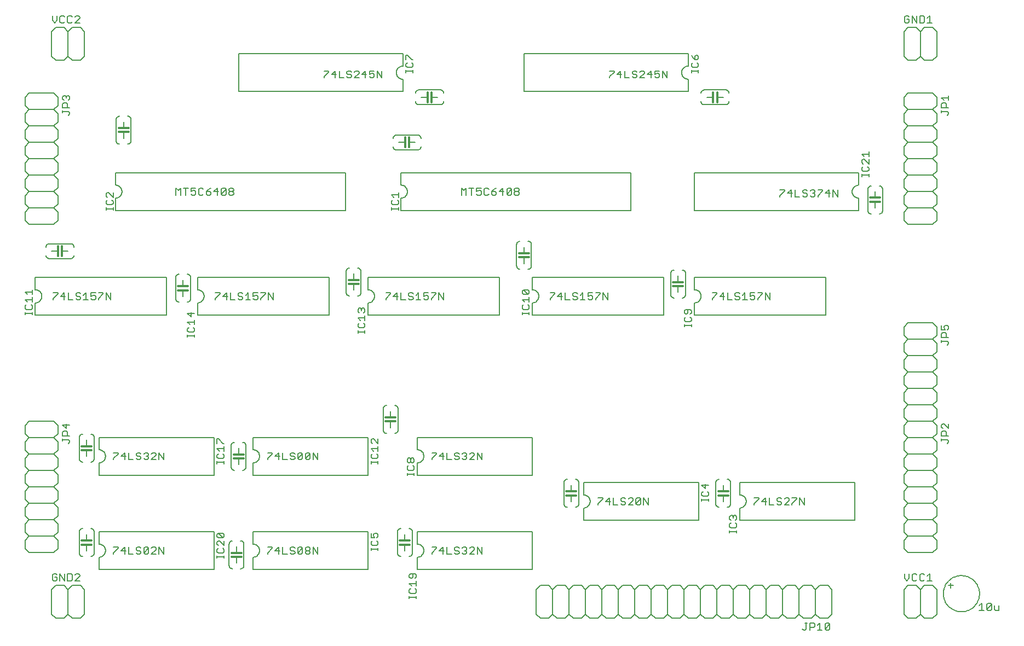
<source format=gto>
G75*
%MOIN*%
%OFA0B0*%
%FSLAX24Y24*%
%IPPOS*%
%LPD*%
%AMOC8*
5,1,8,0,0,1.08239X$1,22.5*
%
%ADD10C,0.0080*%
%ADD11C,0.0120*%
D10*
X006640Y005640D02*
X006890Y005390D01*
X007390Y005390D01*
X007640Y005640D01*
X007640Y007140D01*
X007890Y007390D01*
X008390Y007390D01*
X008640Y007140D01*
X008640Y005640D01*
X008390Y005390D01*
X007890Y005390D01*
X007640Y005640D01*
X006640Y005640D02*
X006640Y007140D01*
X006890Y007390D01*
X007390Y007390D01*
X007640Y007140D01*
X007601Y007680D02*
X007811Y007680D01*
X007881Y007750D01*
X007881Y008030D01*
X007811Y008100D01*
X007601Y008100D01*
X007601Y007680D01*
X007421Y007680D02*
X007421Y008100D01*
X007140Y008100D02*
X007421Y007680D01*
X007140Y007680D02*
X007140Y008100D01*
X006960Y008030D02*
X006890Y008100D01*
X006750Y008100D01*
X006680Y008030D01*
X006680Y007750D01*
X006750Y007680D01*
X006890Y007680D01*
X006960Y007750D01*
X006960Y007890D01*
X006820Y007890D01*
X008061Y008030D02*
X008131Y008100D01*
X008271Y008100D01*
X008341Y008030D01*
X008341Y007960D01*
X008061Y007680D01*
X008341Y007680D01*
X009515Y008365D02*
X009515Y009115D01*
X009215Y009365D02*
X009215Y010665D01*
X009213Y010691D01*
X009208Y010717D01*
X009200Y010742D01*
X009188Y010765D01*
X009174Y010787D01*
X009156Y010806D01*
X009137Y010824D01*
X009115Y010838D01*
X009092Y010850D01*
X009067Y010858D01*
X009041Y010863D01*
X009015Y010865D01*
X008765Y010515D02*
X008765Y010135D01*
X008765Y009885D02*
X008765Y009515D01*
X008515Y009165D02*
X008489Y009167D01*
X008463Y009172D01*
X008438Y009180D01*
X008415Y009192D01*
X008393Y009206D01*
X008374Y009224D01*
X008356Y009243D01*
X008342Y009265D01*
X008330Y009288D01*
X008322Y009313D01*
X008317Y009339D01*
X008315Y009365D01*
X008315Y010665D01*
X008317Y010691D01*
X008322Y010717D01*
X008330Y010742D01*
X008342Y010765D01*
X008356Y010787D01*
X008374Y010806D01*
X008393Y010824D01*
X008415Y010838D01*
X008438Y010850D01*
X008463Y010858D01*
X008489Y010863D01*
X008515Y010865D01*
X009515Y010665D02*
X009515Y009915D01*
X009554Y009913D01*
X009593Y009907D01*
X009631Y009898D01*
X009668Y009885D01*
X009704Y009868D01*
X009737Y009848D01*
X009769Y009824D01*
X009798Y009798D01*
X009824Y009769D01*
X009848Y009737D01*
X009868Y009704D01*
X009885Y009668D01*
X009898Y009631D01*
X009907Y009593D01*
X009913Y009554D01*
X009915Y009515D01*
X009913Y009476D01*
X009907Y009437D01*
X009898Y009399D01*
X009885Y009362D01*
X009868Y009326D01*
X009848Y009293D01*
X009824Y009261D01*
X009798Y009232D01*
X009769Y009206D01*
X009737Y009182D01*
X009704Y009162D01*
X009668Y009145D01*
X009631Y009132D01*
X009593Y009123D01*
X009554Y009117D01*
X009515Y009115D01*
X009215Y009365D02*
X009213Y009339D01*
X009208Y009313D01*
X009200Y009288D01*
X009188Y009265D01*
X009174Y009243D01*
X009156Y009224D01*
X009137Y009206D01*
X009115Y009192D01*
X009092Y009180D01*
X009067Y009172D01*
X009041Y009167D01*
X009015Y009165D01*
X009515Y008365D02*
X016515Y008365D01*
X016515Y010665D01*
X009515Y010665D01*
X010405Y009725D02*
X010685Y009725D01*
X010685Y009655D01*
X010405Y009375D01*
X010405Y009305D01*
X010865Y009515D02*
X011146Y009515D01*
X011076Y009305D02*
X011076Y009725D01*
X010865Y009515D01*
X011326Y009305D02*
X011606Y009305D01*
X011786Y009375D02*
X011856Y009305D01*
X011996Y009305D01*
X012066Y009375D01*
X012066Y009445D01*
X011996Y009515D01*
X011856Y009515D01*
X011786Y009585D01*
X011786Y009655D01*
X011856Y009725D01*
X011996Y009725D01*
X012066Y009655D01*
X012247Y009655D02*
X012317Y009725D01*
X012457Y009725D01*
X012527Y009655D01*
X012247Y009375D01*
X012317Y009305D01*
X012457Y009305D01*
X012527Y009375D01*
X012527Y009655D01*
X012707Y009655D02*
X012777Y009725D01*
X012917Y009725D01*
X012987Y009655D01*
X012987Y009585D01*
X012707Y009305D01*
X012987Y009305D01*
X013167Y009305D02*
X013167Y009725D01*
X013448Y009305D01*
X013448Y009725D01*
X012247Y009655D02*
X012247Y009375D01*
X011326Y009305D02*
X011326Y009725D01*
X007015Y009640D02*
X006765Y009390D01*
X005265Y009390D01*
X005015Y009640D01*
X005015Y010140D01*
X005265Y010390D01*
X006765Y010390D01*
X007015Y010140D01*
X007015Y009640D01*
X006765Y010390D02*
X007015Y010640D01*
X007015Y011140D01*
X006765Y011390D01*
X005265Y011390D01*
X005015Y011140D01*
X005015Y010640D01*
X005265Y010390D01*
X005265Y011390D02*
X005015Y011640D01*
X005015Y012140D01*
X005265Y012390D01*
X006765Y012390D01*
X007015Y012140D01*
X007015Y011640D01*
X006765Y011390D01*
X006765Y012390D02*
X007015Y012640D01*
X007015Y013140D01*
X006765Y013390D01*
X005265Y013390D01*
X005015Y013140D01*
X005015Y012640D01*
X005265Y012390D01*
X005265Y013390D02*
X005015Y013640D01*
X005015Y014140D01*
X005265Y014390D01*
X006765Y014390D01*
X007015Y014140D01*
X007015Y013640D01*
X006765Y013390D01*
X006765Y014390D02*
X007015Y014640D01*
X007015Y015140D01*
X006765Y015390D01*
X005265Y015390D01*
X005015Y015140D01*
X005015Y014640D01*
X005265Y014390D01*
X005265Y015390D02*
X005015Y015640D01*
X005015Y016140D01*
X005265Y016390D01*
X006765Y016390D01*
X007015Y016140D01*
X007015Y015640D01*
X006765Y015390D01*
X007305Y016189D02*
X007305Y016329D01*
X007305Y016259D02*
X007655Y016259D01*
X007725Y016189D01*
X007725Y016119D01*
X007655Y016049D01*
X007725Y016509D02*
X007305Y016509D01*
X007305Y016719D01*
X007375Y016789D01*
X007515Y016789D01*
X007585Y016719D01*
X007585Y016509D01*
X007515Y016970D02*
X007515Y017250D01*
X007725Y017180D02*
X007305Y017180D01*
X007515Y016970D01*
X007015Y017140D02*
X007015Y016640D01*
X006765Y016390D01*
X007015Y017140D02*
X006765Y017390D01*
X005265Y017390D01*
X005015Y017140D01*
X005015Y016640D01*
X005265Y016390D01*
X008315Y016415D02*
X008315Y015115D01*
X008317Y015089D01*
X008322Y015063D01*
X008330Y015038D01*
X008342Y015015D01*
X008356Y014993D01*
X008374Y014974D01*
X008393Y014956D01*
X008415Y014942D01*
X008438Y014930D01*
X008463Y014922D01*
X008489Y014917D01*
X008515Y014915D01*
X008765Y015265D02*
X008765Y015635D01*
X008765Y015885D02*
X008765Y016265D01*
X008515Y016615D02*
X008489Y016613D01*
X008463Y016608D01*
X008438Y016600D01*
X008415Y016588D01*
X008393Y016574D01*
X008374Y016556D01*
X008356Y016537D01*
X008342Y016515D01*
X008330Y016492D01*
X008322Y016467D01*
X008317Y016441D01*
X008315Y016415D01*
X009015Y016615D02*
X009041Y016613D01*
X009067Y016608D01*
X009092Y016600D01*
X009115Y016588D01*
X009137Y016574D01*
X009156Y016556D01*
X009174Y016537D01*
X009188Y016515D01*
X009200Y016492D01*
X009208Y016467D01*
X009213Y016441D01*
X009215Y016415D01*
X009215Y015115D01*
X009213Y015089D01*
X009208Y015063D01*
X009200Y015038D01*
X009188Y015015D01*
X009174Y014993D01*
X009156Y014974D01*
X009137Y014956D01*
X009115Y014942D01*
X009092Y014930D01*
X009067Y014922D01*
X009041Y014917D01*
X009015Y014915D01*
X009515Y014865D02*
X009515Y014115D01*
X016515Y014115D01*
X016515Y016415D01*
X009515Y016415D01*
X009515Y015665D01*
X009554Y015663D01*
X009593Y015657D01*
X009631Y015648D01*
X009668Y015635D01*
X009704Y015618D01*
X009737Y015598D01*
X009769Y015574D01*
X009798Y015548D01*
X009824Y015519D01*
X009848Y015487D01*
X009868Y015454D01*
X009885Y015418D01*
X009898Y015381D01*
X009907Y015343D01*
X009913Y015304D01*
X009915Y015265D01*
X009913Y015226D01*
X009907Y015187D01*
X009898Y015149D01*
X009885Y015112D01*
X009868Y015076D01*
X009848Y015043D01*
X009824Y015011D01*
X009798Y014982D01*
X009769Y014956D01*
X009737Y014932D01*
X009704Y014912D01*
X009668Y014895D01*
X009631Y014882D01*
X009593Y014873D01*
X009554Y014867D01*
X009515Y014865D01*
X010405Y015055D02*
X010405Y015125D01*
X010685Y015405D01*
X010685Y015475D01*
X010405Y015475D01*
X010865Y015265D02*
X011146Y015265D01*
X011076Y015055D02*
X011076Y015475D01*
X010865Y015265D01*
X011326Y015475D02*
X011326Y015055D01*
X011606Y015055D01*
X011786Y015125D02*
X011856Y015055D01*
X011996Y015055D01*
X012066Y015125D01*
X012066Y015195D01*
X011996Y015265D01*
X011856Y015265D01*
X011786Y015335D01*
X011786Y015405D01*
X011856Y015475D01*
X011996Y015475D01*
X012066Y015405D01*
X012247Y015405D02*
X012317Y015475D01*
X012457Y015475D01*
X012527Y015405D01*
X012527Y015335D01*
X012457Y015265D01*
X012527Y015195D01*
X012527Y015125D01*
X012457Y015055D01*
X012317Y015055D01*
X012247Y015125D01*
X012387Y015265D02*
X012457Y015265D01*
X012707Y015405D02*
X012777Y015475D01*
X012917Y015475D01*
X012987Y015405D01*
X012987Y015335D01*
X012707Y015055D01*
X012987Y015055D01*
X013167Y015055D02*
X013167Y015475D01*
X013448Y015055D01*
X013448Y015475D01*
X016705Y015334D02*
X016705Y015194D01*
X016775Y015124D01*
X017055Y015124D01*
X017125Y015194D01*
X017125Y015334D01*
X017055Y015404D01*
X017125Y015584D02*
X017125Y015864D01*
X017125Y015724D02*
X016705Y015724D01*
X016845Y015584D01*
X016775Y015404D02*
X016705Y015334D01*
X016705Y014957D02*
X016705Y014817D01*
X016705Y014887D02*
X017125Y014887D01*
X017125Y014817D02*
X017125Y014957D01*
X017565Y014615D02*
X017565Y015915D01*
X017567Y015941D01*
X017572Y015967D01*
X017580Y015992D01*
X017592Y016015D01*
X017606Y016037D01*
X017624Y016056D01*
X017643Y016074D01*
X017665Y016088D01*
X017688Y016100D01*
X017713Y016108D01*
X017739Y016113D01*
X017765Y016115D01*
X018015Y015765D02*
X018015Y015385D01*
X018015Y015135D02*
X018015Y014765D01*
X017765Y014415D02*
X017739Y014417D01*
X017713Y014422D01*
X017688Y014430D01*
X017665Y014442D01*
X017643Y014456D01*
X017624Y014474D01*
X017606Y014493D01*
X017592Y014515D01*
X017580Y014538D01*
X017572Y014563D01*
X017567Y014589D01*
X017565Y014615D01*
X018265Y014415D02*
X018291Y014417D01*
X018317Y014422D01*
X018342Y014430D01*
X018365Y014442D01*
X018387Y014456D01*
X018406Y014474D01*
X018424Y014493D01*
X018438Y014515D01*
X018450Y014538D01*
X018458Y014563D01*
X018463Y014589D01*
X018465Y014615D01*
X018465Y015915D01*
X018463Y015941D01*
X018458Y015967D01*
X018450Y015992D01*
X018438Y016015D01*
X018424Y016037D01*
X018406Y016056D01*
X018387Y016074D01*
X018365Y016088D01*
X018342Y016100D01*
X018317Y016108D01*
X018291Y016113D01*
X018265Y016115D01*
X018890Y016415D02*
X018890Y015665D01*
X018929Y015663D01*
X018968Y015657D01*
X019006Y015648D01*
X019043Y015635D01*
X019079Y015618D01*
X019112Y015598D01*
X019144Y015574D01*
X019173Y015548D01*
X019199Y015519D01*
X019223Y015487D01*
X019243Y015454D01*
X019260Y015418D01*
X019273Y015381D01*
X019282Y015343D01*
X019288Y015304D01*
X019290Y015265D01*
X019288Y015226D01*
X019282Y015187D01*
X019273Y015149D01*
X019260Y015112D01*
X019243Y015076D01*
X019223Y015043D01*
X019199Y015011D01*
X019173Y014982D01*
X019144Y014956D01*
X019112Y014932D01*
X019079Y014912D01*
X019043Y014895D01*
X019006Y014882D01*
X018968Y014873D01*
X018929Y014867D01*
X018890Y014865D01*
X018890Y014115D01*
X025890Y014115D01*
X025890Y016415D01*
X018890Y016415D01*
X019780Y015475D02*
X020060Y015475D01*
X020060Y015405D01*
X019780Y015125D01*
X019780Y015055D01*
X020240Y015265D02*
X020521Y015265D01*
X020451Y015055D02*
X020451Y015475D01*
X020240Y015265D01*
X020701Y015475D02*
X020701Y015055D01*
X020981Y015055D01*
X021161Y015125D02*
X021231Y015055D01*
X021371Y015055D01*
X021441Y015125D01*
X021441Y015195D01*
X021371Y015265D01*
X021231Y015265D01*
X021161Y015335D01*
X021161Y015405D01*
X021231Y015475D01*
X021371Y015475D01*
X021441Y015405D01*
X021622Y015405D02*
X021692Y015475D01*
X021832Y015475D01*
X021902Y015405D01*
X021622Y015125D01*
X021692Y015055D01*
X021832Y015055D01*
X021902Y015125D01*
X021902Y015405D01*
X022082Y015405D02*
X022152Y015475D01*
X022292Y015475D01*
X022362Y015405D01*
X022082Y015125D01*
X022152Y015055D01*
X022292Y015055D01*
X022362Y015125D01*
X022362Y015405D01*
X022542Y015475D02*
X022823Y015055D01*
X022823Y015475D01*
X022542Y015475D02*
X022542Y015055D01*
X022082Y015125D02*
X022082Y015405D01*
X021622Y015405D02*
X021622Y015125D01*
X017125Y016045D02*
X017055Y016045D01*
X016775Y016325D01*
X016705Y016325D01*
X016705Y016045D01*
X016775Y010575D02*
X017055Y010295D01*
X017125Y010365D01*
X017125Y010505D01*
X017055Y010575D01*
X016775Y010575D01*
X016705Y010505D01*
X016705Y010365D01*
X016775Y010295D01*
X017055Y010295D01*
X017125Y010114D02*
X017125Y009834D01*
X016845Y010114D01*
X016775Y010114D01*
X016705Y010044D01*
X016705Y009904D01*
X016775Y009834D01*
X016775Y009654D02*
X016705Y009584D01*
X016705Y009444D01*
X016775Y009374D01*
X017055Y009374D01*
X017125Y009444D01*
X017125Y009584D01*
X017055Y009654D01*
X017125Y009207D02*
X017125Y009067D01*
X017125Y009137D02*
X016705Y009137D01*
X016705Y009067D02*
X016705Y009207D01*
X017440Y008615D02*
X017440Y009915D01*
X017442Y009941D01*
X017447Y009967D01*
X017455Y009992D01*
X017467Y010015D01*
X017481Y010037D01*
X017499Y010056D01*
X017518Y010074D01*
X017540Y010088D01*
X017563Y010100D01*
X017588Y010108D01*
X017614Y010113D01*
X017640Y010115D01*
X017890Y009765D02*
X017890Y009385D01*
X017890Y009135D02*
X017890Y008765D01*
X017640Y008415D02*
X017614Y008417D01*
X017588Y008422D01*
X017563Y008430D01*
X017540Y008442D01*
X017518Y008456D01*
X017499Y008474D01*
X017481Y008493D01*
X017467Y008515D01*
X017455Y008538D01*
X017447Y008563D01*
X017442Y008589D01*
X017440Y008615D01*
X018140Y008415D02*
X018166Y008417D01*
X018192Y008422D01*
X018217Y008430D01*
X018240Y008442D01*
X018262Y008456D01*
X018281Y008474D01*
X018299Y008493D01*
X018313Y008515D01*
X018325Y008538D01*
X018333Y008563D01*
X018338Y008589D01*
X018340Y008615D01*
X018340Y009915D01*
X018338Y009941D01*
X018333Y009967D01*
X018325Y009992D01*
X018313Y010015D01*
X018299Y010037D01*
X018281Y010056D01*
X018262Y010074D01*
X018240Y010088D01*
X018217Y010100D01*
X018192Y010108D01*
X018166Y010113D01*
X018140Y010115D01*
X018890Y009915D02*
X018890Y010665D01*
X025890Y010665D01*
X025890Y008365D01*
X018890Y008365D01*
X018890Y009115D01*
X018929Y009117D01*
X018968Y009123D01*
X019006Y009132D01*
X019043Y009145D01*
X019079Y009162D01*
X019112Y009182D01*
X019144Y009206D01*
X019173Y009232D01*
X019199Y009261D01*
X019223Y009293D01*
X019243Y009326D01*
X019260Y009362D01*
X019273Y009399D01*
X019282Y009437D01*
X019288Y009476D01*
X019290Y009515D01*
X019288Y009554D01*
X019282Y009593D01*
X019273Y009631D01*
X019260Y009668D01*
X019243Y009704D01*
X019223Y009737D01*
X019199Y009769D01*
X019173Y009798D01*
X019144Y009824D01*
X019112Y009848D01*
X019079Y009868D01*
X019043Y009885D01*
X019006Y009898D01*
X018968Y009907D01*
X018929Y009913D01*
X018890Y009915D01*
X019780Y009725D02*
X020060Y009725D01*
X020060Y009655D01*
X019780Y009375D01*
X019780Y009305D01*
X020240Y009515D02*
X020521Y009515D01*
X020451Y009305D02*
X020451Y009725D01*
X020240Y009515D01*
X020701Y009305D02*
X020981Y009305D01*
X021161Y009375D02*
X021231Y009305D01*
X021371Y009305D01*
X021441Y009375D01*
X021441Y009445D01*
X021371Y009515D01*
X021231Y009515D01*
X021161Y009585D01*
X021161Y009655D01*
X021231Y009725D01*
X021371Y009725D01*
X021441Y009655D01*
X021622Y009655D02*
X021692Y009725D01*
X021832Y009725D01*
X021902Y009655D01*
X021622Y009375D01*
X021692Y009305D01*
X021832Y009305D01*
X021902Y009375D01*
X021902Y009655D01*
X022082Y009655D02*
X022082Y009585D01*
X022152Y009515D01*
X022292Y009515D01*
X022362Y009445D01*
X022362Y009375D01*
X022292Y009305D01*
X022152Y009305D01*
X022082Y009375D01*
X022082Y009445D01*
X022152Y009515D01*
X022292Y009515D02*
X022362Y009585D01*
X022362Y009655D01*
X022292Y009725D01*
X022152Y009725D01*
X022082Y009655D01*
X021622Y009655D02*
X021622Y009375D01*
X020701Y009305D02*
X020701Y009725D01*
X022542Y009725D02*
X022823Y009305D01*
X022823Y009725D01*
X022542Y009725D02*
X022542Y009305D01*
X026080Y009527D02*
X026080Y009667D01*
X026080Y009597D02*
X026500Y009597D01*
X026500Y009527D02*
X026500Y009667D01*
X026430Y009834D02*
X026500Y009904D01*
X026500Y010044D01*
X026430Y010114D01*
X026430Y010295D02*
X026500Y010365D01*
X026500Y010505D01*
X026430Y010575D01*
X026290Y010575D01*
X026220Y010505D01*
X026220Y010435D01*
X026290Y010295D01*
X026080Y010295D01*
X026080Y010575D01*
X026150Y010114D02*
X026080Y010044D01*
X026080Y009904D01*
X026150Y009834D01*
X026430Y009834D01*
X027690Y009365D02*
X027690Y010665D01*
X027692Y010691D01*
X027697Y010717D01*
X027705Y010742D01*
X027717Y010765D01*
X027731Y010787D01*
X027749Y010806D01*
X027768Y010824D01*
X027790Y010838D01*
X027813Y010850D01*
X027838Y010858D01*
X027864Y010863D01*
X027890Y010865D01*
X028140Y010515D02*
X028140Y010135D01*
X028140Y009885D02*
X028140Y009515D01*
X028390Y009165D02*
X028416Y009167D01*
X028442Y009172D01*
X028467Y009180D01*
X028490Y009192D01*
X028512Y009206D01*
X028531Y009224D01*
X028549Y009243D01*
X028563Y009265D01*
X028575Y009288D01*
X028583Y009313D01*
X028588Y009339D01*
X028590Y009365D01*
X028590Y010665D01*
X028588Y010691D01*
X028583Y010717D01*
X028575Y010742D01*
X028563Y010765D01*
X028549Y010787D01*
X028531Y010806D01*
X028512Y010824D01*
X028490Y010838D01*
X028467Y010850D01*
X028442Y010858D01*
X028416Y010863D01*
X028390Y010865D01*
X028890Y010665D02*
X028890Y009915D01*
X028929Y009913D01*
X028968Y009907D01*
X029006Y009898D01*
X029043Y009885D01*
X029079Y009868D01*
X029112Y009848D01*
X029144Y009824D01*
X029173Y009798D01*
X029199Y009769D01*
X029223Y009737D01*
X029243Y009704D01*
X029260Y009668D01*
X029273Y009631D01*
X029282Y009593D01*
X029288Y009554D01*
X029290Y009515D01*
X029288Y009476D01*
X029282Y009437D01*
X029273Y009399D01*
X029260Y009362D01*
X029243Y009326D01*
X029223Y009293D01*
X029199Y009261D01*
X029173Y009232D01*
X029144Y009206D01*
X029112Y009182D01*
X029079Y009162D01*
X029043Y009145D01*
X029006Y009132D01*
X028968Y009123D01*
X028929Y009117D01*
X028890Y009115D01*
X028890Y008365D01*
X035890Y008365D01*
X035890Y010665D01*
X028890Y010665D01*
X029780Y009725D02*
X030060Y009725D01*
X030060Y009655D01*
X029780Y009375D01*
X029780Y009305D01*
X030240Y009515D02*
X030521Y009515D01*
X030451Y009305D02*
X030451Y009725D01*
X030240Y009515D01*
X030701Y009725D02*
X030701Y009305D01*
X030981Y009305D01*
X031161Y009375D02*
X031231Y009305D01*
X031371Y009305D01*
X031441Y009375D01*
X031441Y009445D01*
X031371Y009515D01*
X031231Y009515D01*
X031161Y009585D01*
X031161Y009655D01*
X031231Y009725D01*
X031371Y009725D01*
X031441Y009655D01*
X031622Y009655D02*
X031692Y009725D01*
X031832Y009725D01*
X031902Y009655D01*
X031902Y009585D01*
X031832Y009515D01*
X031902Y009445D01*
X031902Y009375D01*
X031832Y009305D01*
X031692Y009305D01*
X031622Y009375D01*
X031762Y009515D02*
X031832Y009515D01*
X032082Y009655D02*
X032152Y009725D01*
X032292Y009725D01*
X032362Y009655D01*
X032362Y009585D01*
X032082Y009305D01*
X032362Y009305D01*
X032542Y009305D02*
X032542Y009725D01*
X032823Y009305D01*
X032823Y009725D01*
X036140Y007140D02*
X036140Y005640D01*
X036390Y005390D01*
X036890Y005390D01*
X037140Y005640D01*
X037140Y007140D01*
X037390Y007390D01*
X037890Y007390D01*
X038140Y007140D01*
X038140Y005640D01*
X037890Y005390D01*
X037390Y005390D01*
X037140Y005640D01*
X038140Y005640D02*
X038390Y005390D01*
X038890Y005390D01*
X039140Y005640D01*
X039140Y007140D01*
X039390Y007390D01*
X039890Y007390D01*
X040140Y007140D01*
X040140Y005640D01*
X039890Y005390D01*
X039390Y005390D01*
X039140Y005640D01*
X040140Y005640D02*
X040390Y005390D01*
X040890Y005390D01*
X041140Y005640D01*
X041140Y007140D01*
X041390Y007390D01*
X041890Y007390D01*
X042140Y007140D01*
X042140Y005640D01*
X041890Y005390D01*
X041390Y005390D01*
X041140Y005640D01*
X042140Y005640D02*
X042390Y005390D01*
X042890Y005390D01*
X043140Y005640D01*
X043140Y007140D01*
X043390Y007390D01*
X043890Y007390D01*
X044140Y007140D01*
X044140Y005640D01*
X043890Y005390D01*
X043390Y005390D01*
X043140Y005640D01*
X044140Y005640D02*
X044390Y005390D01*
X044890Y005390D01*
X045140Y005640D01*
X045140Y007140D01*
X045390Y007390D01*
X045890Y007390D01*
X046140Y007140D01*
X046140Y005640D01*
X045890Y005390D01*
X045390Y005390D01*
X045140Y005640D01*
X046140Y005640D02*
X046390Y005390D01*
X046890Y005390D01*
X047140Y005640D01*
X047140Y007140D01*
X047390Y007390D01*
X047890Y007390D01*
X048140Y007140D01*
X048140Y005640D01*
X047890Y005390D01*
X047390Y005390D01*
X047140Y005640D01*
X048140Y005640D02*
X048390Y005390D01*
X048890Y005390D01*
X049140Y005640D01*
X049140Y007140D01*
X048890Y007390D01*
X048390Y007390D01*
X048140Y007140D01*
X047140Y007140D02*
X046890Y007390D01*
X046390Y007390D01*
X046140Y007140D01*
X045140Y007140D02*
X044890Y007390D01*
X044390Y007390D01*
X044140Y007140D01*
X043140Y007140D02*
X042890Y007390D01*
X042390Y007390D01*
X042140Y007140D01*
X041140Y007140D02*
X040890Y007390D01*
X040390Y007390D01*
X040140Y007140D01*
X039140Y007140D02*
X038890Y007390D01*
X038390Y007390D01*
X038140Y007140D01*
X037140Y007140D02*
X036890Y007390D01*
X036390Y007390D01*
X036140Y007140D01*
X039015Y011365D02*
X039015Y012115D01*
X038715Y012365D02*
X038715Y013665D01*
X038713Y013691D01*
X038708Y013717D01*
X038700Y013742D01*
X038688Y013765D01*
X038674Y013787D01*
X038656Y013806D01*
X038637Y013824D01*
X038615Y013838D01*
X038592Y013850D01*
X038567Y013858D01*
X038541Y013863D01*
X038515Y013865D01*
X038265Y013515D02*
X038265Y013135D01*
X038265Y012885D02*
X038265Y012515D01*
X038015Y012165D02*
X037989Y012167D01*
X037963Y012172D01*
X037938Y012180D01*
X037915Y012192D01*
X037893Y012206D01*
X037874Y012224D01*
X037856Y012243D01*
X037842Y012265D01*
X037830Y012288D01*
X037822Y012313D01*
X037817Y012339D01*
X037815Y012365D01*
X037815Y013665D01*
X037817Y013691D01*
X037822Y013717D01*
X037830Y013742D01*
X037842Y013765D01*
X037856Y013787D01*
X037874Y013806D01*
X037893Y013824D01*
X037915Y013838D01*
X037938Y013850D01*
X037963Y013858D01*
X037989Y013863D01*
X038015Y013865D01*
X039015Y013665D02*
X039015Y012915D01*
X039054Y012913D01*
X039093Y012907D01*
X039131Y012898D01*
X039168Y012885D01*
X039204Y012868D01*
X039237Y012848D01*
X039269Y012824D01*
X039298Y012798D01*
X039324Y012769D01*
X039348Y012737D01*
X039368Y012704D01*
X039385Y012668D01*
X039398Y012631D01*
X039407Y012593D01*
X039413Y012554D01*
X039415Y012515D01*
X039413Y012476D01*
X039407Y012437D01*
X039398Y012399D01*
X039385Y012362D01*
X039368Y012326D01*
X039348Y012293D01*
X039324Y012261D01*
X039298Y012232D01*
X039269Y012206D01*
X039237Y012182D01*
X039204Y012162D01*
X039168Y012145D01*
X039131Y012132D01*
X039093Y012123D01*
X039054Y012117D01*
X039015Y012115D01*
X038715Y012365D02*
X038713Y012339D01*
X038708Y012313D01*
X038700Y012288D01*
X038688Y012265D01*
X038674Y012243D01*
X038656Y012224D01*
X038637Y012206D01*
X038615Y012192D01*
X038592Y012180D01*
X038567Y012172D01*
X038541Y012167D01*
X038515Y012165D01*
X039015Y011365D02*
X046015Y011365D01*
X046015Y013665D01*
X039015Y013665D01*
X039905Y012725D02*
X040185Y012725D01*
X040185Y012655D01*
X039905Y012375D01*
X039905Y012305D01*
X040365Y012515D02*
X040576Y012725D01*
X040576Y012305D01*
X040646Y012515D02*
X040365Y012515D01*
X040826Y012725D02*
X040826Y012305D01*
X041106Y012305D01*
X041286Y012375D02*
X041356Y012305D01*
X041496Y012305D01*
X041566Y012375D01*
X041566Y012445D01*
X041496Y012515D01*
X041356Y012515D01*
X041286Y012585D01*
X041286Y012655D01*
X041356Y012725D01*
X041496Y012725D01*
X041566Y012655D01*
X041747Y012655D02*
X041817Y012725D01*
X041957Y012725D01*
X042027Y012655D01*
X042027Y012585D01*
X041747Y012305D01*
X042027Y012305D01*
X042207Y012375D02*
X042487Y012655D01*
X042487Y012375D01*
X042417Y012305D01*
X042277Y012305D01*
X042207Y012375D01*
X042207Y012655D01*
X042277Y012725D01*
X042417Y012725D01*
X042487Y012655D01*
X042667Y012725D02*
X042948Y012305D01*
X042948Y012725D01*
X042667Y012725D02*
X042667Y012305D01*
X046205Y012527D02*
X046205Y012667D01*
X046205Y012597D02*
X046625Y012597D01*
X046625Y012527D02*
X046625Y012667D01*
X046555Y012834D02*
X046625Y012904D01*
X046625Y013044D01*
X046555Y013114D01*
X046415Y013295D02*
X046415Y013575D01*
X046625Y013505D02*
X046205Y013505D01*
X046415Y013295D01*
X046275Y013114D02*
X046205Y013044D01*
X046205Y012904D01*
X046275Y012834D01*
X046555Y012834D01*
X047065Y012365D02*
X047065Y013665D01*
X047067Y013691D01*
X047072Y013717D01*
X047080Y013742D01*
X047092Y013765D01*
X047106Y013787D01*
X047124Y013806D01*
X047143Y013824D01*
X047165Y013838D01*
X047188Y013850D01*
X047213Y013858D01*
X047239Y013863D01*
X047265Y013865D01*
X047515Y013515D02*
X047515Y013135D01*
X047515Y012885D02*
X047515Y012515D01*
X047265Y012165D02*
X047239Y012167D01*
X047213Y012172D01*
X047188Y012180D01*
X047165Y012192D01*
X047143Y012206D01*
X047124Y012224D01*
X047106Y012243D01*
X047092Y012265D01*
X047080Y012288D01*
X047072Y012313D01*
X047067Y012339D01*
X047065Y012365D01*
X047765Y012165D02*
X047791Y012167D01*
X047817Y012172D01*
X047842Y012180D01*
X047865Y012192D01*
X047887Y012206D01*
X047906Y012224D01*
X047924Y012243D01*
X047938Y012265D01*
X047950Y012288D01*
X047958Y012313D01*
X047963Y012339D01*
X047965Y012365D01*
X047965Y013665D01*
X047963Y013691D01*
X047958Y013717D01*
X047950Y013742D01*
X047938Y013765D01*
X047924Y013787D01*
X047906Y013806D01*
X047887Y013824D01*
X047865Y013838D01*
X047842Y013850D01*
X047817Y013858D01*
X047791Y013863D01*
X047765Y013865D01*
X048515Y013665D02*
X048515Y012915D01*
X048554Y012913D01*
X048593Y012907D01*
X048631Y012898D01*
X048668Y012885D01*
X048704Y012868D01*
X048737Y012848D01*
X048769Y012824D01*
X048798Y012798D01*
X048824Y012769D01*
X048848Y012737D01*
X048868Y012704D01*
X048885Y012668D01*
X048898Y012631D01*
X048907Y012593D01*
X048913Y012554D01*
X048915Y012515D01*
X048913Y012476D01*
X048907Y012437D01*
X048898Y012399D01*
X048885Y012362D01*
X048868Y012326D01*
X048848Y012293D01*
X048824Y012261D01*
X048798Y012232D01*
X048769Y012206D01*
X048737Y012182D01*
X048704Y012162D01*
X048668Y012145D01*
X048631Y012132D01*
X048593Y012123D01*
X048554Y012117D01*
X048515Y012115D01*
X048515Y011365D01*
X055515Y011365D01*
X055515Y013665D01*
X048515Y013665D01*
X049405Y012725D02*
X049685Y012725D01*
X049685Y012655D01*
X049405Y012375D01*
X049405Y012305D01*
X049865Y012515D02*
X050146Y012515D01*
X050076Y012305D02*
X050076Y012725D01*
X049865Y012515D01*
X050326Y012725D02*
X050326Y012305D01*
X050606Y012305D01*
X050786Y012375D02*
X050856Y012305D01*
X050996Y012305D01*
X051066Y012375D01*
X051066Y012445D01*
X050996Y012515D01*
X050856Y012515D01*
X050786Y012585D01*
X050786Y012655D01*
X050856Y012725D01*
X050996Y012725D01*
X051066Y012655D01*
X051247Y012655D02*
X051317Y012725D01*
X051457Y012725D01*
X051527Y012655D01*
X051527Y012585D01*
X051247Y012305D01*
X051527Y012305D01*
X051707Y012305D02*
X051707Y012375D01*
X051987Y012655D01*
X051987Y012725D01*
X051707Y012725D01*
X052167Y012725D02*
X052448Y012305D01*
X052448Y012725D01*
X052167Y012725D02*
X052167Y012305D01*
X048325Y011583D02*
X048325Y011442D01*
X048255Y011372D01*
X048255Y011192D02*
X048325Y011122D01*
X048325Y010982D01*
X048255Y010912D01*
X047975Y010912D01*
X047905Y010982D01*
X047905Y011122D01*
X047975Y011192D01*
X047975Y011372D02*
X047905Y011442D01*
X047905Y011583D01*
X047975Y011653D01*
X048045Y011653D01*
X048115Y011583D01*
X048185Y011653D01*
X048255Y011653D01*
X048325Y011583D01*
X048115Y011583D02*
X048115Y011512D01*
X048325Y010745D02*
X048325Y010605D01*
X048325Y010675D02*
X047905Y010675D01*
X047905Y010605D02*
X047905Y010745D01*
X049390Y007390D02*
X049140Y007140D01*
X049390Y007390D02*
X049890Y007390D01*
X050140Y007140D01*
X050140Y005640D01*
X049890Y005390D01*
X049390Y005390D01*
X049140Y005640D01*
X050140Y005640D02*
X050390Y005390D01*
X050890Y005390D01*
X051140Y005640D01*
X051140Y007140D01*
X050890Y007390D01*
X050390Y007390D01*
X050140Y007140D01*
X051140Y007140D02*
X051390Y007390D01*
X051890Y007390D01*
X052140Y007140D01*
X052140Y005640D01*
X051890Y005390D01*
X051390Y005390D01*
X051140Y005640D01*
X052140Y005640D02*
X052390Y005390D01*
X052890Y005390D01*
X053140Y005640D01*
X053140Y007140D01*
X052890Y007390D01*
X052390Y007390D01*
X052140Y007140D01*
X053140Y007140D02*
X053390Y007390D01*
X053890Y007390D01*
X054140Y007140D01*
X054140Y005640D01*
X053890Y005390D01*
X053390Y005390D01*
X053140Y005640D01*
X053009Y005100D02*
X053079Y005030D01*
X053079Y004890D01*
X053009Y004820D01*
X052799Y004820D01*
X052799Y004680D02*
X052799Y005100D01*
X053009Y005100D01*
X053259Y004960D02*
X053399Y005100D01*
X053399Y004680D01*
X053259Y004680D02*
X053539Y004680D01*
X053720Y004750D02*
X054000Y005030D01*
X054000Y004750D01*
X053930Y004680D01*
X053790Y004680D01*
X053720Y004750D01*
X053720Y005030D01*
X053790Y005100D01*
X053930Y005100D01*
X054000Y005030D01*
X052619Y005100D02*
X052479Y005100D01*
X052549Y005100D02*
X052549Y004750D01*
X052479Y004680D01*
X052408Y004680D01*
X052338Y004750D01*
X058515Y005640D02*
X058765Y005390D01*
X059265Y005390D01*
X059515Y005640D01*
X059515Y007140D01*
X059765Y007390D01*
X060265Y007390D01*
X060515Y007140D01*
X060515Y005640D01*
X060265Y005390D01*
X059765Y005390D01*
X059515Y005640D01*
X058515Y005640D02*
X058515Y007140D01*
X058765Y007390D01*
X059265Y007390D01*
X059515Y007140D01*
X059546Y007680D02*
X059686Y007680D01*
X059756Y007750D01*
X059936Y007680D02*
X060216Y007680D01*
X060076Y007680D02*
X060076Y008100D01*
X059936Y007960D01*
X059756Y008030D02*
X059686Y008100D01*
X059546Y008100D01*
X059476Y008030D01*
X059476Y007750D01*
X059546Y007680D01*
X059296Y007750D02*
X059226Y007680D01*
X059085Y007680D01*
X059015Y007750D01*
X059015Y008030D01*
X059085Y008100D01*
X059226Y008100D01*
X059296Y008030D01*
X058835Y008100D02*
X058835Y007820D01*
X058695Y007680D01*
X058555Y007820D01*
X058555Y008100D01*
X058765Y009390D02*
X060265Y009390D01*
X060515Y009640D01*
X060515Y010140D01*
X060265Y010390D01*
X058765Y010390D01*
X058515Y010140D01*
X058515Y009640D01*
X058765Y009390D01*
X058765Y010390D02*
X058515Y010640D01*
X058515Y011140D01*
X058765Y011390D01*
X060265Y011390D01*
X060515Y011140D01*
X060515Y010640D01*
X060265Y010390D01*
X060265Y011390D02*
X060515Y011640D01*
X060515Y012140D01*
X060265Y012390D01*
X058765Y012390D01*
X058515Y012140D01*
X058515Y011640D01*
X058765Y011390D01*
X058765Y012390D02*
X058515Y012640D01*
X058515Y013140D01*
X058765Y013390D01*
X060265Y013390D01*
X060515Y013140D01*
X060515Y012640D01*
X060265Y012390D01*
X060265Y013390D02*
X060515Y013640D01*
X060515Y014140D01*
X060265Y014390D01*
X058765Y014390D01*
X058515Y014140D01*
X058515Y013640D01*
X058765Y013390D01*
X058765Y014390D02*
X058515Y014640D01*
X058515Y015140D01*
X058765Y015390D01*
X060265Y015390D01*
X060515Y015140D01*
X060515Y014640D01*
X060265Y014390D01*
X060265Y015390D02*
X060515Y015640D01*
X060515Y016140D01*
X060265Y016390D01*
X058765Y016390D01*
X058515Y016140D01*
X058515Y015640D01*
X058765Y015390D01*
X058765Y016390D02*
X058515Y016640D01*
X058515Y017140D01*
X058765Y017390D01*
X060265Y017390D01*
X060515Y017640D01*
X060515Y018140D01*
X060265Y018390D01*
X058765Y018390D01*
X058515Y018140D01*
X058515Y017640D01*
X058765Y017390D01*
X058765Y018390D02*
X058515Y018640D01*
X058515Y019140D01*
X058765Y019390D01*
X060265Y019390D01*
X060515Y019140D01*
X060515Y018640D01*
X060265Y018390D01*
X060265Y017390D02*
X060515Y017140D01*
X060515Y016640D01*
X060265Y016390D01*
X060805Y016329D02*
X060805Y016189D01*
X060805Y016259D02*
X061155Y016259D01*
X061225Y016189D01*
X061225Y016119D01*
X061155Y016049D01*
X061225Y016509D02*
X060805Y016509D01*
X060805Y016719D01*
X060875Y016789D01*
X061015Y016789D01*
X061085Y016719D01*
X061085Y016509D01*
X061225Y016970D02*
X060945Y017250D01*
X060875Y017250D01*
X060805Y017180D01*
X060805Y017040D01*
X060875Y016970D01*
X061225Y016970D02*
X061225Y017250D01*
X060265Y019390D02*
X060515Y019640D01*
X060515Y020140D01*
X060265Y020390D01*
X058765Y020390D01*
X058515Y020140D01*
X058515Y019640D01*
X058765Y019390D01*
X058765Y020390D02*
X058515Y020640D01*
X058515Y021140D01*
X058765Y021390D01*
X060265Y021390D01*
X060515Y021140D01*
X060515Y020640D01*
X060265Y020390D01*
X060265Y021390D02*
X060515Y021640D01*
X060515Y022140D01*
X060265Y022390D01*
X058765Y022390D01*
X058515Y022140D01*
X058515Y021640D01*
X058765Y021390D01*
X058765Y022390D02*
X058515Y022640D01*
X058515Y023140D01*
X058765Y023390D01*
X060265Y023390D01*
X060515Y023140D01*
X060515Y022640D01*
X060265Y022390D01*
X060805Y022329D02*
X060805Y022189D01*
X060805Y022259D02*
X061155Y022259D01*
X061225Y022189D01*
X061225Y022119D01*
X061155Y022049D01*
X061225Y022509D02*
X060805Y022509D01*
X060805Y022719D01*
X060875Y022789D01*
X061015Y022789D01*
X061085Y022719D01*
X061085Y022509D01*
X061155Y022970D02*
X061225Y023040D01*
X061225Y023180D01*
X061155Y023250D01*
X061015Y023250D01*
X060945Y023180D01*
X060945Y023110D01*
X061015Y022970D01*
X060805Y022970D01*
X060805Y023250D01*
X053765Y023865D02*
X053765Y026165D01*
X045765Y026165D01*
X045765Y025415D01*
X045804Y025413D01*
X045843Y025407D01*
X045881Y025398D01*
X045918Y025385D01*
X045954Y025368D01*
X045987Y025348D01*
X046019Y025324D01*
X046048Y025298D01*
X046074Y025269D01*
X046098Y025237D01*
X046118Y025204D01*
X046135Y025168D01*
X046148Y025131D01*
X046157Y025093D01*
X046163Y025054D01*
X046165Y025015D01*
X046163Y024976D01*
X046157Y024937D01*
X046148Y024899D01*
X046135Y024862D01*
X046118Y024826D01*
X046098Y024793D01*
X046074Y024761D01*
X046048Y024732D01*
X046019Y024706D01*
X045987Y024682D01*
X045954Y024662D01*
X045918Y024645D01*
X045881Y024632D01*
X045843Y024623D01*
X045804Y024617D01*
X045765Y024615D01*
X045765Y023865D01*
X053765Y023865D01*
X050358Y024805D02*
X050358Y025225D01*
X050078Y025225D02*
X050358Y024805D01*
X050078Y024805D02*
X050078Y025225D01*
X049898Y025225D02*
X049898Y025155D01*
X049617Y024875D01*
X049617Y024805D01*
X049437Y024875D02*
X049367Y024805D01*
X049227Y024805D01*
X049157Y024875D01*
X049157Y025015D02*
X049297Y025085D01*
X049367Y025085D01*
X049437Y025015D01*
X049437Y024875D01*
X049157Y025015D02*
X049157Y025225D01*
X049437Y025225D01*
X049617Y025225D02*
X049898Y025225D01*
X048977Y024805D02*
X048697Y024805D01*
X048837Y024805D02*
X048837Y025225D01*
X048697Y025085D01*
X048516Y025155D02*
X048446Y025225D01*
X048306Y025225D01*
X048236Y025155D01*
X048236Y025085D01*
X048306Y025015D01*
X048446Y025015D01*
X048516Y024945D01*
X048516Y024875D01*
X048446Y024805D01*
X048306Y024805D01*
X048236Y024875D01*
X048056Y024805D02*
X047776Y024805D01*
X047776Y025225D01*
X047526Y025225D02*
X047315Y025015D01*
X047596Y025015D01*
X047526Y024805D02*
X047526Y025225D01*
X047135Y025225D02*
X047135Y025155D01*
X046855Y024875D01*
X046855Y024805D01*
X046855Y025225D02*
X047135Y025225D01*
X045575Y024133D02*
X045505Y024203D01*
X045225Y024203D01*
X045155Y024133D01*
X045155Y023992D01*
X045225Y023922D01*
X045295Y023922D01*
X045365Y023992D01*
X045365Y024203D01*
X045575Y024133D02*
X045575Y023992D01*
X045505Y023922D01*
X045505Y023742D02*
X045575Y023672D01*
X045575Y023532D01*
X045505Y023462D01*
X045225Y023462D01*
X045155Y023532D01*
X045155Y023672D01*
X045225Y023742D01*
X045155Y023295D02*
X045155Y023155D01*
X045155Y023225D02*
X045575Y023225D01*
X045575Y023155D02*
X045575Y023295D01*
X043890Y023865D02*
X043890Y026165D01*
X035890Y026165D01*
X035890Y025415D01*
X035700Y025343D02*
X035700Y025203D01*
X035630Y025133D01*
X035350Y025413D01*
X035630Y025413D01*
X035700Y025343D01*
X035630Y025133D02*
X035350Y025133D01*
X035280Y025203D01*
X035280Y025343D01*
X035350Y025413D01*
X035700Y024953D02*
X035700Y024672D01*
X035700Y024812D02*
X035280Y024812D01*
X035420Y024672D01*
X035350Y024492D02*
X035280Y024422D01*
X035280Y024282D01*
X035350Y024212D01*
X035630Y024212D01*
X035700Y024282D01*
X035700Y024422D01*
X035630Y024492D01*
X035890Y024615D02*
X035890Y023865D01*
X043890Y023865D01*
X044315Y025115D02*
X044315Y026415D01*
X044317Y026441D01*
X044322Y026467D01*
X044330Y026492D01*
X044342Y026515D01*
X044356Y026537D01*
X044374Y026556D01*
X044393Y026574D01*
X044415Y026588D01*
X044438Y026600D01*
X044463Y026608D01*
X044489Y026613D01*
X044515Y026615D01*
X044765Y026265D02*
X044765Y025885D01*
X044765Y025635D02*
X044765Y025265D01*
X044515Y024915D02*
X044489Y024917D01*
X044463Y024922D01*
X044438Y024930D01*
X044415Y024942D01*
X044393Y024956D01*
X044374Y024974D01*
X044356Y024993D01*
X044342Y025015D01*
X044330Y025038D01*
X044322Y025063D01*
X044317Y025089D01*
X044315Y025115D01*
X045015Y024915D02*
X045041Y024917D01*
X045067Y024922D01*
X045092Y024930D01*
X045115Y024942D01*
X045137Y024956D01*
X045156Y024974D01*
X045174Y024993D01*
X045188Y025015D01*
X045200Y025038D01*
X045208Y025063D01*
X045213Y025089D01*
X045215Y025115D01*
X045215Y026415D01*
X045213Y026441D01*
X045208Y026467D01*
X045200Y026492D01*
X045188Y026515D01*
X045174Y026537D01*
X045156Y026556D01*
X045137Y026574D01*
X045115Y026588D01*
X045092Y026600D01*
X045067Y026608D01*
X045041Y026613D01*
X045015Y026615D01*
X040483Y025225D02*
X040483Y024805D01*
X040203Y025225D01*
X040203Y024805D01*
X040023Y025155D02*
X039742Y024875D01*
X039742Y024805D01*
X039562Y024875D02*
X039492Y024805D01*
X039352Y024805D01*
X039282Y024875D01*
X039282Y025015D02*
X039422Y025085D01*
X039492Y025085D01*
X039562Y025015D01*
X039562Y024875D01*
X039282Y025015D02*
X039282Y025225D01*
X039562Y025225D01*
X039742Y025225D02*
X040023Y025225D01*
X040023Y025155D01*
X039102Y024805D02*
X038822Y024805D01*
X038962Y024805D02*
X038962Y025225D01*
X038822Y025085D01*
X038641Y025155D02*
X038571Y025225D01*
X038431Y025225D01*
X038361Y025155D01*
X038361Y025085D01*
X038431Y025015D01*
X038571Y025015D01*
X038641Y024945D01*
X038641Y024875D01*
X038571Y024805D01*
X038431Y024805D01*
X038361Y024875D01*
X038181Y024805D02*
X037901Y024805D01*
X037901Y025225D01*
X037651Y025225D02*
X037440Y025015D01*
X037721Y025015D01*
X037651Y024805D02*
X037651Y025225D01*
X037260Y025225D02*
X037260Y025155D01*
X036980Y024875D01*
X036980Y024805D01*
X036980Y025225D02*
X037260Y025225D01*
X035890Y025415D02*
X035929Y025413D01*
X035968Y025407D01*
X036006Y025398D01*
X036043Y025385D01*
X036079Y025368D01*
X036112Y025348D01*
X036144Y025324D01*
X036173Y025298D01*
X036199Y025269D01*
X036223Y025237D01*
X036243Y025204D01*
X036260Y025168D01*
X036273Y025131D01*
X036282Y025093D01*
X036288Y025054D01*
X036290Y025015D01*
X036288Y024976D01*
X036282Y024937D01*
X036273Y024899D01*
X036260Y024862D01*
X036243Y024826D01*
X036223Y024793D01*
X036199Y024761D01*
X036173Y024732D01*
X036144Y024706D01*
X036112Y024682D01*
X036079Y024662D01*
X036043Y024645D01*
X036006Y024632D01*
X035968Y024623D01*
X035929Y024617D01*
X035890Y024615D01*
X035700Y024045D02*
X035700Y023905D01*
X035700Y023975D02*
X035280Y023975D01*
X035280Y023905D02*
X035280Y024045D01*
X033890Y023865D02*
X033890Y026165D01*
X025890Y026165D01*
X025890Y025415D01*
X025929Y025413D01*
X025968Y025407D01*
X026006Y025398D01*
X026043Y025385D01*
X026079Y025368D01*
X026112Y025348D01*
X026144Y025324D01*
X026173Y025298D01*
X026199Y025269D01*
X026223Y025237D01*
X026243Y025204D01*
X026260Y025168D01*
X026273Y025131D01*
X026282Y025093D01*
X026288Y025054D01*
X026290Y025015D01*
X026288Y024976D01*
X026282Y024937D01*
X026273Y024899D01*
X026260Y024862D01*
X026243Y024826D01*
X026223Y024793D01*
X026199Y024761D01*
X026173Y024732D01*
X026144Y024706D01*
X026112Y024682D01*
X026079Y024662D01*
X026043Y024645D01*
X026006Y024632D01*
X025968Y024623D01*
X025929Y024617D01*
X025890Y024615D01*
X025890Y023865D01*
X033890Y023865D01*
X030483Y024805D02*
X030483Y025225D01*
X030203Y025225D02*
X030483Y024805D01*
X030203Y024805D02*
X030203Y025225D01*
X030023Y025225D02*
X030023Y025155D01*
X029742Y024875D01*
X029742Y024805D01*
X029562Y024875D02*
X029492Y024805D01*
X029352Y024805D01*
X029282Y024875D01*
X029282Y025015D02*
X029422Y025085D01*
X029492Y025085D01*
X029562Y025015D01*
X029562Y024875D01*
X029282Y025015D02*
X029282Y025225D01*
X029562Y025225D01*
X029742Y025225D02*
X030023Y025225D01*
X029102Y024805D02*
X028822Y024805D01*
X028962Y024805D02*
X028962Y025225D01*
X028822Y025085D01*
X028641Y025155D02*
X028571Y025225D01*
X028431Y025225D01*
X028361Y025155D01*
X028361Y025085D01*
X028431Y025015D01*
X028571Y025015D01*
X028641Y024945D01*
X028641Y024875D01*
X028571Y024805D01*
X028431Y024805D01*
X028361Y024875D01*
X028181Y024805D02*
X027901Y024805D01*
X027901Y025225D01*
X027651Y025225D02*
X027440Y025015D01*
X027721Y025015D01*
X027651Y024805D02*
X027651Y025225D01*
X027260Y025225D02*
X027260Y025155D01*
X026980Y024875D01*
X026980Y024805D01*
X026980Y025225D02*
X027260Y025225D01*
X025465Y025240D02*
X025465Y026540D01*
X025463Y026566D01*
X025458Y026592D01*
X025450Y026617D01*
X025438Y026640D01*
X025424Y026662D01*
X025406Y026681D01*
X025387Y026699D01*
X025365Y026713D01*
X025342Y026725D01*
X025317Y026733D01*
X025291Y026738D01*
X025265Y026740D01*
X025015Y026390D02*
X025015Y026010D01*
X025015Y025760D02*
X025015Y025390D01*
X024765Y025040D02*
X024739Y025042D01*
X024713Y025047D01*
X024688Y025055D01*
X024665Y025067D01*
X024643Y025081D01*
X024624Y025099D01*
X024606Y025118D01*
X024592Y025140D01*
X024580Y025163D01*
X024572Y025188D01*
X024567Y025214D01*
X024565Y025240D01*
X024565Y026540D01*
X024567Y026566D01*
X024572Y026592D01*
X024580Y026617D01*
X024592Y026640D01*
X024606Y026662D01*
X024624Y026681D01*
X024643Y026699D01*
X024665Y026713D01*
X024688Y026725D01*
X024713Y026733D01*
X024739Y026738D01*
X024765Y026740D01*
X023515Y026165D02*
X023515Y023865D01*
X015515Y023865D01*
X015515Y024615D01*
X015554Y024617D01*
X015593Y024623D01*
X015631Y024632D01*
X015668Y024645D01*
X015704Y024662D01*
X015737Y024682D01*
X015769Y024706D01*
X015798Y024732D01*
X015824Y024761D01*
X015848Y024793D01*
X015868Y024826D01*
X015885Y024862D01*
X015898Y024899D01*
X015907Y024937D01*
X015913Y024976D01*
X015915Y025015D01*
X015913Y025054D01*
X015907Y025093D01*
X015898Y025131D01*
X015885Y025168D01*
X015868Y025204D01*
X015848Y025237D01*
X015824Y025269D01*
X015798Y025298D01*
X015769Y025324D01*
X015737Y025348D01*
X015704Y025368D01*
X015668Y025385D01*
X015631Y025398D01*
X015593Y025407D01*
X015554Y025413D01*
X015515Y025415D01*
X015515Y026165D01*
X023515Y026165D01*
X025265Y025040D02*
X025291Y025042D01*
X025317Y025047D01*
X025342Y025055D01*
X025365Y025067D01*
X025387Y025081D01*
X025406Y025099D01*
X025424Y025118D01*
X025438Y025140D01*
X025450Y025163D01*
X025458Y025188D01*
X025463Y025214D01*
X025465Y025240D01*
X025420Y024288D02*
X025490Y024218D01*
X025560Y024288D01*
X025630Y024288D01*
X025700Y024218D01*
X025700Y024078D01*
X025630Y024008D01*
X025700Y023828D02*
X025700Y023547D01*
X025700Y023687D02*
X025280Y023687D01*
X025420Y023547D01*
X025350Y023367D02*
X025280Y023297D01*
X025280Y023157D01*
X025350Y023087D01*
X025630Y023087D01*
X025700Y023157D01*
X025700Y023297D01*
X025630Y023367D01*
X025700Y022920D02*
X025700Y022780D01*
X025700Y022850D02*
X025280Y022850D01*
X025280Y022780D02*
X025280Y022920D01*
X025350Y024008D02*
X025280Y024078D01*
X025280Y024218D01*
X025350Y024288D01*
X025420Y024288D01*
X025490Y024218D02*
X025490Y024148D01*
X020108Y024805D02*
X020108Y025225D01*
X019828Y025225D02*
X020108Y024805D01*
X019828Y024805D02*
X019828Y025225D01*
X019648Y025225D02*
X019648Y025155D01*
X019367Y024875D01*
X019367Y024805D01*
X019187Y024875D02*
X019117Y024805D01*
X018977Y024805D01*
X018907Y024875D01*
X018907Y025015D02*
X019047Y025085D01*
X019117Y025085D01*
X019187Y025015D01*
X019187Y024875D01*
X018907Y025015D02*
X018907Y025225D01*
X019187Y025225D01*
X019367Y025225D02*
X019648Y025225D01*
X018727Y024805D02*
X018447Y024805D01*
X018587Y024805D02*
X018587Y025225D01*
X018447Y025085D01*
X018266Y025155D02*
X018196Y025225D01*
X018056Y025225D01*
X017986Y025155D01*
X017986Y025085D01*
X018056Y025015D01*
X018196Y025015D01*
X018266Y024945D01*
X018266Y024875D01*
X018196Y024805D01*
X018056Y024805D01*
X017986Y024875D01*
X017806Y024805D02*
X017526Y024805D01*
X017526Y025225D01*
X017276Y025225D02*
X017065Y025015D01*
X017346Y025015D01*
X017276Y024805D02*
X017276Y025225D01*
X016885Y025225D02*
X016885Y025155D01*
X016605Y024875D01*
X016605Y024805D01*
X016605Y025225D02*
X016885Y025225D01*
X015090Y024865D02*
X015090Y026165D01*
X015088Y026191D01*
X015083Y026217D01*
X015075Y026242D01*
X015063Y026265D01*
X015049Y026287D01*
X015031Y026306D01*
X015012Y026324D01*
X014990Y026338D01*
X014967Y026350D01*
X014942Y026358D01*
X014916Y026363D01*
X014890Y026365D01*
X014640Y026015D02*
X014640Y025635D01*
X014640Y025385D02*
X014640Y025015D01*
X014390Y024665D02*
X014364Y024667D01*
X014338Y024672D01*
X014313Y024680D01*
X014290Y024692D01*
X014268Y024706D01*
X014249Y024724D01*
X014231Y024743D01*
X014217Y024765D01*
X014205Y024788D01*
X014197Y024813D01*
X014192Y024839D01*
X014190Y024865D01*
X014190Y026165D01*
X014192Y026191D01*
X014197Y026217D01*
X014205Y026242D01*
X014217Y026265D01*
X014231Y026287D01*
X014249Y026306D01*
X014268Y026324D01*
X014290Y026338D01*
X014313Y026350D01*
X014338Y026358D01*
X014364Y026363D01*
X014390Y026365D01*
X013640Y026165D02*
X013640Y023865D01*
X005640Y023865D01*
X005640Y024615D01*
X005450Y024672D02*
X005450Y024953D01*
X005450Y024812D02*
X005030Y024812D01*
X005170Y024672D01*
X005100Y024492D02*
X005030Y024422D01*
X005030Y024282D01*
X005100Y024212D01*
X005380Y024212D01*
X005450Y024282D01*
X005450Y024422D01*
X005380Y024492D01*
X005450Y024045D02*
X005450Y023905D01*
X005450Y023975D02*
X005030Y023975D01*
X005030Y023905D02*
X005030Y024045D01*
X005170Y025133D02*
X005030Y025273D01*
X005450Y025273D01*
X005450Y025133D02*
X005450Y025413D01*
X005640Y025415D02*
X005640Y026165D01*
X013640Y026165D01*
X015090Y024865D02*
X015088Y024839D01*
X015083Y024813D01*
X015075Y024788D01*
X015063Y024765D01*
X015049Y024743D01*
X015031Y024724D01*
X015012Y024706D01*
X014990Y024692D01*
X014967Y024680D01*
X014942Y024672D01*
X014916Y024667D01*
X014890Y024665D01*
X015115Y024038D02*
X015115Y023758D01*
X014905Y023968D01*
X015325Y023968D01*
X015325Y023578D02*
X015325Y023297D01*
X015325Y023437D02*
X014905Y023437D01*
X015045Y023297D01*
X014975Y023117D02*
X014905Y023047D01*
X014905Y022907D01*
X014975Y022837D01*
X015255Y022837D01*
X015325Y022907D01*
X015325Y023047D01*
X015255Y023117D01*
X015325Y022670D02*
X015325Y022530D01*
X015325Y022600D02*
X014905Y022600D01*
X014905Y022530D02*
X014905Y022670D01*
X010233Y024805D02*
X010233Y025225D01*
X009953Y025225D02*
X010233Y024805D01*
X009953Y024805D02*
X009953Y025225D01*
X009773Y025225D02*
X009773Y025155D01*
X009492Y024875D01*
X009492Y024805D01*
X009312Y024875D02*
X009242Y024805D01*
X009102Y024805D01*
X009032Y024875D01*
X009032Y025015D02*
X009172Y025085D01*
X009242Y025085D01*
X009312Y025015D01*
X009312Y024875D01*
X009032Y025015D02*
X009032Y025225D01*
X009312Y025225D01*
X009492Y025225D02*
X009773Y025225D01*
X008852Y024805D02*
X008572Y024805D01*
X008712Y024805D02*
X008712Y025225D01*
X008572Y025085D01*
X008391Y025155D02*
X008321Y025225D01*
X008181Y025225D01*
X008111Y025155D01*
X008111Y025085D01*
X008181Y025015D01*
X008321Y025015D01*
X008391Y024945D01*
X008391Y024875D01*
X008321Y024805D01*
X008181Y024805D01*
X008111Y024875D01*
X007931Y024805D02*
X007651Y024805D01*
X007651Y025225D01*
X007401Y025225D02*
X007190Y025015D01*
X007471Y025015D01*
X007401Y024805D02*
X007401Y025225D01*
X007010Y025225D02*
X007010Y025155D01*
X006730Y024875D01*
X006730Y024805D01*
X006730Y025225D02*
X007010Y025225D01*
X005640Y025415D02*
X005679Y025413D01*
X005718Y025407D01*
X005756Y025398D01*
X005793Y025385D01*
X005829Y025368D01*
X005862Y025348D01*
X005894Y025324D01*
X005923Y025298D01*
X005949Y025269D01*
X005973Y025237D01*
X005993Y025204D01*
X006010Y025168D01*
X006023Y025131D01*
X006032Y025093D01*
X006038Y025054D01*
X006040Y025015D01*
X006038Y024976D01*
X006032Y024937D01*
X006023Y024899D01*
X006010Y024862D01*
X005993Y024826D01*
X005973Y024793D01*
X005949Y024761D01*
X005923Y024732D01*
X005894Y024706D01*
X005862Y024682D01*
X005829Y024662D01*
X005793Y024645D01*
X005756Y024632D01*
X005718Y024623D01*
X005679Y024617D01*
X005640Y024615D01*
X006490Y027315D02*
X007790Y027315D01*
X007816Y027317D01*
X007842Y027322D01*
X007867Y027330D01*
X007890Y027342D01*
X007912Y027356D01*
X007931Y027374D01*
X007949Y027393D01*
X007963Y027415D01*
X007975Y027438D01*
X007983Y027463D01*
X007988Y027489D01*
X007990Y027515D01*
X007640Y027765D02*
X007270Y027765D01*
X007020Y027765D02*
X006640Y027765D01*
X006290Y028015D02*
X006292Y028041D01*
X006297Y028067D01*
X006305Y028092D01*
X006317Y028115D01*
X006331Y028137D01*
X006349Y028156D01*
X006368Y028174D01*
X006390Y028188D01*
X006413Y028200D01*
X006438Y028208D01*
X006464Y028213D01*
X006490Y028215D01*
X007790Y028215D01*
X007816Y028213D01*
X007842Y028208D01*
X007867Y028200D01*
X007890Y028188D01*
X007912Y028174D01*
X007931Y028156D01*
X007949Y028137D01*
X007963Y028115D01*
X007975Y028092D01*
X007983Y028067D01*
X007988Y028041D01*
X007990Y028015D01*
X006490Y027315D02*
X006464Y027317D01*
X006438Y027322D01*
X006413Y027330D01*
X006390Y027342D01*
X006368Y027356D01*
X006349Y027374D01*
X006331Y027393D01*
X006317Y027415D01*
X006305Y027438D01*
X006297Y027463D01*
X006292Y027489D01*
X006290Y027515D01*
X006765Y029390D02*
X005265Y029390D01*
X005015Y029640D01*
X005015Y030140D01*
X005265Y030390D01*
X006765Y030390D01*
X007015Y030140D01*
X007015Y029640D01*
X006765Y029390D01*
X006765Y030390D02*
X007015Y030640D01*
X007015Y031140D01*
X006765Y031390D01*
X005265Y031390D01*
X005015Y031140D01*
X005015Y030640D01*
X005265Y030390D01*
X005265Y031390D02*
X005015Y031640D01*
X005015Y032140D01*
X005265Y032390D01*
X006765Y032390D01*
X007015Y032140D01*
X007015Y031640D01*
X006765Y031390D01*
X006765Y032390D02*
X007015Y032640D01*
X007015Y033140D01*
X006765Y033390D01*
X005265Y033390D01*
X005015Y033140D01*
X005015Y032640D01*
X005265Y032390D01*
X005265Y033390D02*
X005015Y033640D01*
X005015Y034140D01*
X005265Y034390D01*
X006765Y034390D01*
X007015Y034140D01*
X007015Y033640D01*
X006765Y033390D01*
X006765Y034390D02*
X007015Y034640D01*
X007015Y035140D01*
X006765Y035390D01*
X005265Y035390D01*
X005015Y035140D01*
X005015Y034640D01*
X005265Y034390D01*
X005265Y035390D02*
X005015Y035640D01*
X005015Y036140D01*
X005265Y036390D01*
X006765Y036390D01*
X007015Y036140D01*
X007015Y035640D01*
X006765Y035390D01*
X007305Y036189D02*
X007305Y036329D01*
X007305Y036259D02*
X007655Y036259D01*
X007725Y036189D01*
X007725Y036119D01*
X007655Y036049D01*
X007725Y036509D02*
X007305Y036509D01*
X007305Y036719D01*
X007375Y036789D01*
X007515Y036789D01*
X007585Y036719D01*
X007585Y036509D01*
X007655Y036970D02*
X007725Y037040D01*
X007725Y037180D01*
X007655Y037250D01*
X007585Y037250D01*
X007515Y037180D01*
X007515Y037110D01*
X007515Y037180D02*
X007445Y037250D01*
X007375Y037250D01*
X007305Y037180D01*
X007305Y037040D01*
X007375Y036970D01*
X007015Y037140D02*
X007015Y036640D01*
X006765Y036390D01*
X007015Y037140D02*
X006765Y037390D01*
X005265Y037390D01*
X005015Y037140D01*
X005015Y036640D01*
X005265Y036390D01*
X006890Y039390D02*
X007390Y039390D01*
X007640Y039640D01*
X007640Y041140D01*
X007890Y041390D01*
X008390Y041390D01*
X008640Y041140D01*
X008640Y039640D01*
X008390Y039390D01*
X007890Y039390D01*
X007640Y039640D01*
X006890Y039390D02*
X006640Y039640D01*
X006640Y041140D01*
X006890Y041390D01*
X007390Y041390D01*
X007640Y041140D01*
X007671Y041680D02*
X007811Y041680D01*
X007881Y041750D01*
X008061Y041680D02*
X008341Y041960D01*
X008341Y042030D01*
X008271Y042100D01*
X008131Y042100D01*
X008061Y042030D01*
X007881Y042030D02*
X007811Y042100D01*
X007671Y042100D01*
X007601Y042030D01*
X007601Y041750D01*
X007671Y041680D01*
X007421Y041750D02*
X007351Y041680D01*
X007210Y041680D01*
X007140Y041750D01*
X007140Y042030D01*
X007210Y042100D01*
X007351Y042100D01*
X007421Y042030D01*
X006960Y042100D02*
X006960Y041820D01*
X006820Y041680D01*
X006680Y041820D01*
X006680Y042100D01*
X008061Y041680D02*
X008341Y041680D01*
X010565Y035790D02*
X010565Y034490D01*
X010567Y034464D01*
X010572Y034438D01*
X010580Y034413D01*
X010592Y034390D01*
X010606Y034368D01*
X010624Y034349D01*
X010643Y034331D01*
X010665Y034317D01*
X010688Y034305D01*
X010713Y034297D01*
X010739Y034292D01*
X010765Y034290D01*
X011015Y034640D02*
X011015Y035020D01*
X011015Y035270D02*
X011015Y035640D01*
X010765Y035990D02*
X010739Y035988D01*
X010713Y035983D01*
X010688Y035975D01*
X010665Y035963D01*
X010643Y035949D01*
X010624Y035931D01*
X010606Y035912D01*
X010592Y035890D01*
X010580Y035867D01*
X010572Y035842D01*
X010567Y035816D01*
X010565Y035790D01*
X011265Y035990D02*
X011291Y035988D01*
X011317Y035983D01*
X011342Y035975D01*
X011365Y035963D01*
X011387Y035949D01*
X011406Y035931D01*
X011424Y035912D01*
X011438Y035890D01*
X011450Y035867D01*
X011458Y035842D01*
X011463Y035816D01*
X011465Y035790D01*
X011465Y034490D01*
X011463Y034464D01*
X011458Y034438D01*
X011450Y034413D01*
X011438Y034390D01*
X011424Y034368D01*
X011406Y034349D01*
X011387Y034331D01*
X011365Y034317D01*
X011342Y034305D01*
X011317Y034297D01*
X011291Y034292D01*
X011265Y034290D01*
X010515Y032540D02*
X010515Y031790D01*
X010554Y031788D01*
X010593Y031782D01*
X010631Y031773D01*
X010668Y031760D01*
X010704Y031743D01*
X010737Y031723D01*
X010769Y031699D01*
X010798Y031673D01*
X010824Y031644D01*
X010848Y031612D01*
X010868Y031579D01*
X010885Y031543D01*
X010898Y031506D01*
X010907Y031468D01*
X010913Y031429D01*
X010915Y031390D01*
X010913Y031351D01*
X010907Y031312D01*
X010898Y031274D01*
X010885Y031237D01*
X010868Y031201D01*
X010848Y031168D01*
X010824Y031136D01*
X010798Y031107D01*
X010769Y031081D01*
X010737Y031057D01*
X010704Y031037D01*
X010668Y031020D01*
X010631Y031007D01*
X010593Y030998D01*
X010554Y030992D01*
X010515Y030990D01*
X010515Y030240D01*
X024515Y030240D01*
X024515Y032540D01*
X010515Y032540D01*
X010375Y031328D02*
X010375Y031047D01*
X010095Y031328D01*
X010025Y031328D01*
X009955Y031258D01*
X009955Y031117D01*
X010025Y031047D01*
X010025Y030867D02*
X009955Y030797D01*
X009955Y030657D01*
X010025Y030587D01*
X010305Y030587D01*
X010375Y030657D01*
X010375Y030797D01*
X010305Y030867D01*
X010375Y030420D02*
X010375Y030280D01*
X010375Y030350D02*
X009955Y030350D01*
X009955Y030280D02*
X009955Y030420D01*
X014205Y031180D02*
X014205Y031600D01*
X014345Y031460D01*
X014485Y031600D01*
X014485Y031180D01*
X014806Y031180D02*
X014806Y031600D01*
X014946Y031600D02*
X014665Y031600D01*
X015126Y031600D02*
X015126Y031390D01*
X015266Y031460D01*
X015336Y031460D01*
X015406Y031390D01*
X015406Y031250D01*
X015336Y031180D01*
X015196Y031180D01*
X015126Y031250D01*
X015126Y031600D02*
X015406Y031600D01*
X015586Y031530D02*
X015586Y031250D01*
X015656Y031180D01*
X015796Y031180D01*
X015866Y031250D01*
X016047Y031250D02*
X016117Y031180D01*
X016257Y031180D01*
X016327Y031250D01*
X016327Y031320D01*
X016257Y031390D01*
X016047Y031390D01*
X016047Y031250D01*
X016047Y031390D02*
X016187Y031530D01*
X016327Y031600D01*
X016507Y031390D02*
X016787Y031390D01*
X016717Y031180D02*
X016717Y031600D01*
X016507Y031390D01*
X016967Y031250D02*
X017248Y031530D01*
X017248Y031250D01*
X017178Y031180D01*
X017037Y031180D01*
X016967Y031250D01*
X016967Y031530D01*
X017037Y031600D01*
X017178Y031600D01*
X017248Y031530D01*
X017428Y031530D02*
X017428Y031460D01*
X017498Y031390D01*
X017638Y031390D01*
X017708Y031320D01*
X017708Y031250D01*
X017638Y031180D01*
X017498Y031180D01*
X017428Y031250D01*
X017428Y031320D01*
X017498Y031390D01*
X017638Y031390D02*
X017708Y031460D01*
X017708Y031530D01*
X017638Y031600D01*
X017498Y031600D01*
X017428Y031530D01*
X015866Y031530D02*
X015796Y031600D01*
X015656Y031600D01*
X015586Y031530D01*
X018015Y037490D02*
X018015Y039790D01*
X028015Y039790D01*
X028015Y039040D01*
X028205Y039029D02*
X028275Y038959D01*
X028555Y038959D01*
X028625Y039029D01*
X028625Y039169D01*
X028555Y039239D01*
X028555Y039420D02*
X028625Y039420D01*
X028555Y039420D02*
X028275Y039700D01*
X028205Y039700D01*
X028205Y039420D01*
X028275Y039239D02*
X028205Y039169D01*
X028205Y039029D01*
X028205Y038792D02*
X028205Y038652D01*
X028205Y038722D02*
X028625Y038722D01*
X028625Y038652D02*
X028625Y038792D01*
X028015Y039040D02*
X027976Y039038D01*
X027937Y039032D01*
X027899Y039023D01*
X027862Y039010D01*
X027826Y038993D01*
X027793Y038973D01*
X027761Y038949D01*
X027732Y038923D01*
X027706Y038894D01*
X027682Y038862D01*
X027662Y038829D01*
X027645Y038793D01*
X027632Y038756D01*
X027623Y038718D01*
X027617Y038679D01*
X027615Y038640D01*
X027617Y038601D01*
X027623Y038562D01*
X027632Y038524D01*
X027645Y038487D01*
X027662Y038451D01*
X027682Y038418D01*
X027706Y038386D01*
X027732Y038357D01*
X027761Y038331D01*
X027793Y038307D01*
X027826Y038287D01*
X027862Y038270D01*
X027899Y038257D01*
X027937Y038248D01*
X027976Y038242D01*
X028015Y038240D01*
X028015Y037490D01*
X018015Y037490D01*
X023222Y038330D02*
X023222Y038400D01*
X023502Y038680D01*
X023502Y038750D01*
X023222Y038750D01*
X023682Y038540D02*
X023962Y038540D01*
X023892Y038330D02*
X023892Y038750D01*
X023682Y038540D01*
X024143Y038330D02*
X024423Y038330D01*
X024603Y038400D02*
X024673Y038330D01*
X024813Y038330D01*
X024883Y038400D01*
X024883Y038470D01*
X024813Y038540D01*
X024673Y038540D01*
X024603Y038610D01*
X024603Y038680D01*
X024673Y038750D01*
X024813Y038750D01*
X024883Y038680D01*
X025063Y038680D02*
X025133Y038750D01*
X025274Y038750D01*
X025344Y038680D01*
X025344Y038610D01*
X025063Y038330D01*
X025344Y038330D01*
X025524Y038540D02*
X025804Y038540D01*
X025984Y038540D02*
X026124Y038610D01*
X026194Y038610D01*
X026264Y038540D01*
X026264Y038400D01*
X026194Y038330D01*
X026054Y038330D01*
X025984Y038400D01*
X025984Y038540D02*
X025984Y038750D01*
X026264Y038750D01*
X026445Y038750D02*
X026725Y038330D01*
X026725Y038750D01*
X026445Y038750D02*
X026445Y038330D01*
X025734Y038330D02*
X025734Y038750D01*
X025524Y038540D01*
X024143Y038750D02*
X024143Y038330D01*
X028990Y037590D02*
X030290Y037590D01*
X030316Y037588D01*
X030342Y037583D01*
X030367Y037575D01*
X030390Y037563D01*
X030412Y037549D01*
X030431Y037531D01*
X030449Y037512D01*
X030463Y037490D01*
X030475Y037467D01*
X030483Y037442D01*
X030488Y037416D01*
X030490Y037390D01*
X030140Y037140D02*
X029770Y037140D01*
X029520Y037140D02*
X029140Y037140D01*
X028790Y037390D02*
X028792Y037416D01*
X028797Y037442D01*
X028805Y037467D01*
X028817Y037490D01*
X028831Y037512D01*
X028849Y037531D01*
X028868Y037549D01*
X028890Y037563D01*
X028913Y037575D01*
X028938Y037583D01*
X028964Y037588D01*
X028990Y037590D01*
X028790Y036890D02*
X028792Y036864D01*
X028797Y036838D01*
X028805Y036813D01*
X028817Y036790D01*
X028831Y036768D01*
X028849Y036749D01*
X028868Y036731D01*
X028890Y036717D01*
X028913Y036705D01*
X028938Y036697D01*
X028964Y036692D01*
X028990Y036690D01*
X030290Y036690D01*
X030316Y036692D01*
X030342Y036697D01*
X030367Y036705D01*
X030390Y036717D01*
X030412Y036731D01*
X030431Y036749D01*
X030449Y036768D01*
X030463Y036790D01*
X030475Y036813D01*
X030483Y036838D01*
X030488Y036864D01*
X030490Y036890D01*
X028915Y034840D02*
X027615Y034840D01*
X027589Y034838D01*
X027563Y034833D01*
X027538Y034825D01*
X027515Y034813D01*
X027493Y034799D01*
X027474Y034781D01*
X027456Y034762D01*
X027442Y034740D01*
X027430Y034717D01*
X027422Y034692D01*
X027417Y034666D01*
X027415Y034640D01*
X027765Y034390D02*
X028145Y034390D01*
X028395Y034390D02*
X028765Y034390D01*
X029115Y034140D02*
X029113Y034114D01*
X029108Y034088D01*
X029100Y034063D01*
X029088Y034040D01*
X029074Y034018D01*
X029056Y033999D01*
X029037Y033981D01*
X029015Y033967D01*
X028992Y033955D01*
X028967Y033947D01*
X028941Y033942D01*
X028915Y033940D01*
X027615Y033940D01*
X027589Y033942D01*
X027563Y033947D01*
X027538Y033955D01*
X027515Y033967D01*
X027493Y033981D01*
X027474Y033999D01*
X027456Y034018D01*
X027442Y034040D01*
X027430Y034063D01*
X027422Y034088D01*
X027417Y034114D01*
X027415Y034140D01*
X028915Y034840D02*
X028941Y034838D01*
X028967Y034833D01*
X028992Y034825D01*
X029015Y034813D01*
X029037Y034799D01*
X029056Y034781D01*
X029074Y034762D01*
X029088Y034740D01*
X029100Y034717D01*
X029108Y034692D01*
X029113Y034666D01*
X029115Y034640D01*
X027890Y032540D02*
X027890Y031790D01*
X027929Y031788D01*
X027968Y031782D01*
X028006Y031773D01*
X028043Y031760D01*
X028079Y031743D01*
X028112Y031723D01*
X028144Y031699D01*
X028173Y031673D01*
X028199Y031644D01*
X028223Y031612D01*
X028243Y031579D01*
X028260Y031543D01*
X028273Y031506D01*
X028282Y031468D01*
X028288Y031429D01*
X028290Y031390D01*
X028288Y031351D01*
X028282Y031312D01*
X028273Y031274D01*
X028260Y031237D01*
X028243Y031201D01*
X028223Y031168D01*
X028199Y031136D01*
X028173Y031107D01*
X028144Y031081D01*
X028112Y031057D01*
X028079Y031037D01*
X028043Y031020D01*
X028006Y031007D01*
X027968Y030998D01*
X027929Y030992D01*
X027890Y030990D01*
X027890Y030240D01*
X041890Y030240D01*
X041890Y032540D01*
X027890Y032540D01*
X027750Y031328D02*
X027750Y031047D01*
X027750Y031187D02*
X027330Y031187D01*
X027470Y031047D01*
X027400Y030867D02*
X027330Y030797D01*
X027330Y030657D01*
X027400Y030587D01*
X027680Y030587D01*
X027750Y030657D01*
X027750Y030797D01*
X027680Y030867D01*
X027750Y030420D02*
X027750Y030280D01*
X027750Y030350D02*
X027330Y030350D01*
X027330Y030280D02*
X027330Y030420D01*
X031580Y031180D02*
X031580Y031600D01*
X031720Y031460D01*
X031860Y031600D01*
X031860Y031180D01*
X032181Y031180D02*
X032181Y031600D01*
X032321Y031600D02*
X032040Y031600D01*
X032501Y031600D02*
X032501Y031390D01*
X032641Y031460D01*
X032711Y031460D01*
X032781Y031390D01*
X032781Y031250D01*
X032711Y031180D01*
X032571Y031180D01*
X032501Y031250D01*
X032501Y031600D02*
X032781Y031600D01*
X032961Y031530D02*
X032961Y031250D01*
X033031Y031180D01*
X033171Y031180D01*
X033241Y031250D01*
X033422Y031250D02*
X033492Y031180D01*
X033632Y031180D01*
X033702Y031250D01*
X033702Y031320D01*
X033632Y031390D01*
X033422Y031390D01*
X033422Y031250D01*
X033422Y031390D02*
X033562Y031530D01*
X033702Y031600D01*
X033882Y031390D02*
X034162Y031390D01*
X034092Y031180D02*
X034092Y031600D01*
X033882Y031390D01*
X034342Y031250D02*
X034342Y031530D01*
X034412Y031600D01*
X034553Y031600D01*
X034623Y031530D01*
X034342Y031250D01*
X034412Y031180D01*
X034553Y031180D01*
X034623Y031250D01*
X034623Y031530D01*
X034803Y031530D02*
X034803Y031460D01*
X034873Y031390D01*
X035013Y031390D01*
X035083Y031320D01*
X035083Y031250D01*
X035013Y031180D01*
X034873Y031180D01*
X034803Y031250D01*
X034803Y031320D01*
X034873Y031390D01*
X035013Y031390D02*
X035083Y031460D01*
X035083Y031530D01*
X035013Y031600D01*
X034873Y031600D01*
X034803Y031530D01*
X033241Y031530D02*
X033171Y031600D01*
X033031Y031600D01*
X032961Y031530D01*
X034940Y028165D02*
X034940Y026865D01*
X034942Y026839D01*
X034947Y026813D01*
X034955Y026788D01*
X034967Y026765D01*
X034981Y026743D01*
X034999Y026724D01*
X035018Y026706D01*
X035040Y026692D01*
X035063Y026680D01*
X035088Y026672D01*
X035114Y026667D01*
X035140Y026665D01*
X035390Y027015D02*
X035390Y027395D01*
X035390Y027645D02*
X035390Y028015D01*
X035640Y028365D02*
X035666Y028363D01*
X035692Y028358D01*
X035717Y028350D01*
X035740Y028338D01*
X035762Y028324D01*
X035781Y028306D01*
X035799Y028287D01*
X035813Y028265D01*
X035825Y028242D01*
X035833Y028217D01*
X035838Y028191D01*
X035840Y028165D01*
X035840Y026865D01*
X035838Y026839D01*
X035833Y026813D01*
X035825Y026788D01*
X035813Y026765D01*
X035799Y026743D01*
X035781Y026724D01*
X035762Y026706D01*
X035740Y026692D01*
X035717Y026680D01*
X035692Y026672D01*
X035666Y026667D01*
X035640Y026665D01*
X034940Y028165D02*
X034942Y028191D01*
X034947Y028217D01*
X034955Y028242D01*
X034967Y028265D01*
X034981Y028287D01*
X034999Y028306D01*
X035018Y028324D01*
X035040Y028338D01*
X035063Y028350D01*
X035088Y028358D01*
X035114Y028363D01*
X035140Y028365D01*
X045765Y030240D02*
X045765Y032540D01*
X055765Y032540D01*
X055765Y031790D01*
X055726Y031788D01*
X055687Y031782D01*
X055649Y031773D01*
X055612Y031760D01*
X055576Y031743D01*
X055543Y031723D01*
X055511Y031699D01*
X055482Y031673D01*
X055456Y031644D01*
X055432Y031612D01*
X055412Y031579D01*
X055395Y031543D01*
X055382Y031506D01*
X055373Y031468D01*
X055367Y031429D01*
X055365Y031390D01*
X055367Y031351D01*
X055373Y031312D01*
X055382Y031274D01*
X055395Y031237D01*
X055412Y031201D01*
X055432Y031168D01*
X055456Y031136D01*
X055482Y031107D01*
X055511Y031081D01*
X055543Y031057D01*
X055576Y031037D01*
X055612Y031020D01*
X055649Y031007D01*
X055687Y030998D01*
X055726Y030992D01*
X055765Y030990D01*
X055765Y030240D01*
X045765Y030240D01*
X050972Y031080D02*
X050972Y031150D01*
X051252Y031430D01*
X051252Y031500D01*
X050972Y031500D01*
X051432Y031290D02*
X051712Y031290D01*
X051642Y031080D02*
X051642Y031500D01*
X051432Y031290D01*
X051893Y031080D02*
X052173Y031080D01*
X052353Y031150D02*
X052423Y031080D01*
X052563Y031080D01*
X052633Y031150D01*
X052633Y031220D01*
X052563Y031290D01*
X052423Y031290D01*
X052353Y031360D01*
X052353Y031430D01*
X052423Y031500D01*
X052563Y031500D01*
X052633Y031430D01*
X052813Y031430D02*
X052883Y031500D01*
X053024Y031500D01*
X053094Y031430D01*
X053094Y031360D01*
X053024Y031290D01*
X053094Y031220D01*
X053094Y031150D01*
X053024Y031080D01*
X052883Y031080D01*
X052813Y031150D01*
X052954Y031290D02*
X053024Y031290D01*
X053274Y031150D02*
X053274Y031080D01*
X053274Y031150D02*
X053554Y031430D01*
X053554Y031500D01*
X053274Y031500D01*
X053734Y031290D02*
X054014Y031290D01*
X053944Y031080D02*
X053944Y031500D01*
X053734Y031290D01*
X054195Y031080D02*
X054195Y031500D01*
X054475Y031080D01*
X054475Y031500D01*
X055955Y032317D02*
X055955Y032457D01*
X055955Y032387D02*
X056375Y032387D01*
X056375Y032317D02*
X056375Y032457D01*
X056305Y032624D02*
X056375Y032694D01*
X056375Y032834D01*
X056305Y032904D01*
X056375Y033084D02*
X056095Y033364D01*
X056025Y033364D01*
X055955Y033294D01*
X055955Y033154D01*
X056025Y033084D01*
X056025Y032904D02*
X055955Y032834D01*
X055955Y032694D01*
X056025Y032624D01*
X056305Y032624D01*
X056375Y033084D02*
X056375Y033364D01*
X056375Y033545D02*
X056375Y033825D01*
X056375Y033685D02*
X055955Y033685D01*
X056095Y033545D01*
X056315Y031540D02*
X056315Y030240D01*
X056317Y030214D01*
X056322Y030188D01*
X056330Y030163D01*
X056342Y030140D01*
X056356Y030118D01*
X056374Y030099D01*
X056393Y030081D01*
X056415Y030067D01*
X056438Y030055D01*
X056463Y030047D01*
X056489Y030042D01*
X056515Y030040D01*
X056765Y030390D02*
X056765Y030770D01*
X056765Y031020D02*
X056765Y031390D01*
X056515Y031740D02*
X056489Y031738D01*
X056463Y031733D01*
X056438Y031725D01*
X056415Y031713D01*
X056393Y031699D01*
X056374Y031681D01*
X056356Y031662D01*
X056342Y031640D01*
X056330Y031617D01*
X056322Y031592D01*
X056317Y031566D01*
X056315Y031540D01*
X057015Y031740D02*
X057041Y031738D01*
X057067Y031733D01*
X057092Y031725D01*
X057115Y031713D01*
X057137Y031699D01*
X057156Y031681D01*
X057174Y031662D01*
X057188Y031640D01*
X057200Y031617D01*
X057208Y031592D01*
X057213Y031566D01*
X057215Y031540D01*
X057215Y030240D01*
X057213Y030214D01*
X057208Y030188D01*
X057200Y030163D01*
X057188Y030140D01*
X057174Y030118D01*
X057156Y030099D01*
X057137Y030081D01*
X057115Y030067D01*
X057092Y030055D01*
X057067Y030047D01*
X057041Y030042D01*
X057015Y030040D01*
X058515Y030140D02*
X058515Y029640D01*
X058765Y029390D01*
X060265Y029390D01*
X060515Y029640D01*
X060515Y030140D01*
X060265Y030390D01*
X058765Y030390D01*
X058515Y030140D01*
X058765Y030390D02*
X058515Y030640D01*
X058515Y031140D01*
X058765Y031390D01*
X060265Y031390D01*
X060515Y031140D01*
X060515Y030640D01*
X060265Y030390D01*
X060265Y031390D02*
X060515Y031640D01*
X060515Y032140D01*
X060265Y032390D01*
X058765Y032390D01*
X058515Y032140D01*
X058515Y031640D01*
X058765Y031390D01*
X058765Y032390D02*
X058515Y032640D01*
X058515Y033140D01*
X058765Y033390D01*
X060265Y033390D01*
X060515Y033140D01*
X060515Y032640D01*
X060265Y032390D01*
X060265Y033390D02*
X060515Y033640D01*
X060515Y034140D01*
X060265Y034390D01*
X058765Y034390D01*
X058515Y034140D01*
X058515Y033640D01*
X058765Y033390D01*
X058765Y034390D02*
X058515Y034640D01*
X058515Y035140D01*
X058765Y035390D01*
X060265Y035390D01*
X060515Y035140D01*
X060515Y034640D01*
X060265Y034390D01*
X060265Y035390D02*
X060515Y035640D01*
X060515Y036140D01*
X060265Y036390D01*
X058765Y036390D01*
X058515Y036140D01*
X058515Y035640D01*
X058765Y035390D01*
X058765Y036390D02*
X058515Y036640D01*
X058515Y037140D01*
X058765Y037390D01*
X060265Y037390D01*
X060515Y037140D01*
X060515Y036640D01*
X060265Y036390D01*
X060805Y036329D02*
X060805Y036189D01*
X060805Y036259D02*
X061155Y036259D01*
X061225Y036189D01*
X061225Y036119D01*
X061155Y036049D01*
X061225Y036509D02*
X060805Y036509D01*
X060805Y036719D01*
X060875Y036789D01*
X061015Y036789D01*
X061085Y036719D01*
X061085Y036509D01*
X061225Y036970D02*
X061225Y037250D01*
X061225Y037110D02*
X060805Y037110D01*
X060945Y036970D01*
X060265Y039390D02*
X059765Y039390D01*
X059515Y039640D01*
X059515Y041140D01*
X059765Y041390D01*
X060265Y041390D01*
X060515Y041140D01*
X060515Y039640D01*
X060265Y039390D01*
X059515Y039640D02*
X059265Y039390D01*
X058765Y039390D01*
X058515Y039640D01*
X058515Y041140D01*
X058765Y041390D01*
X059265Y041390D01*
X059515Y041140D01*
X059476Y041680D02*
X059686Y041680D01*
X059756Y041750D01*
X059756Y042030D01*
X059686Y042100D01*
X059476Y042100D01*
X059476Y041680D01*
X059296Y041680D02*
X059296Y042100D01*
X059015Y042100D02*
X059296Y041680D01*
X059015Y041680D02*
X059015Y042100D01*
X058835Y042030D02*
X058765Y042100D01*
X058625Y042100D01*
X058555Y042030D01*
X058555Y041750D01*
X058625Y041680D01*
X058765Y041680D01*
X058835Y041750D01*
X058835Y041890D01*
X058695Y041890D01*
X059936Y041960D02*
X060076Y042100D01*
X060076Y041680D01*
X059936Y041680D02*
X060216Y041680D01*
X047665Y037590D02*
X046365Y037590D01*
X046339Y037588D01*
X046313Y037583D01*
X046288Y037575D01*
X046265Y037563D01*
X046243Y037549D01*
X046224Y037531D01*
X046206Y037512D01*
X046192Y037490D01*
X046180Y037467D01*
X046172Y037442D01*
X046167Y037416D01*
X046165Y037390D01*
X046515Y037140D02*
X046895Y037140D01*
X047145Y037140D02*
X047515Y037140D01*
X047865Y037390D02*
X047863Y037416D01*
X047858Y037442D01*
X047850Y037467D01*
X047838Y037490D01*
X047824Y037512D01*
X047806Y037531D01*
X047787Y037549D01*
X047765Y037563D01*
X047742Y037575D01*
X047717Y037583D01*
X047691Y037588D01*
X047665Y037590D01*
X047865Y036890D02*
X047863Y036864D01*
X047858Y036838D01*
X047850Y036813D01*
X047838Y036790D01*
X047824Y036768D01*
X047806Y036749D01*
X047787Y036731D01*
X047765Y036717D01*
X047742Y036705D01*
X047717Y036697D01*
X047691Y036692D01*
X047665Y036690D01*
X046365Y036690D01*
X046339Y036692D01*
X046313Y036697D01*
X046288Y036705D01*
X046265Y036717D01*
X046243Y036731D01*
X046224Y036749D01*
X046206Y036768D01*
X046192Y036790D01*
X046180Y036813D01*
X046172Y036838D01*
X046167Y036864D01*
X046165Y036890D01*
X045390Y037490D02*
X045390Y038240D01*
X045351Y038242D01*
X045312Y038248D01*
X045274Y038257D01*
X045237Y038270D01*
X045201Y038287D01*
X045168Y038307D01*
X045136Y038331D01*
X045107Y038357D01*
X045081Y038386D01*
X045057Y038418D01*
X045037Y038451D01*
X045020Y038487D01*
X045007Y038524D01*
X044998Y038562D01*
X044992Y038601D01*
X044990Y038640D01*
X044992Y038679D01*
X044998Y038718D01*
X045007Y038756D01*
X045020Y038793D01*
X045037Y038829D01*
X045057Y038862D01*
X045081Y038894D01*
X045107Y038923D01*
X045136Y038949D01*
X045168Y038973D01*
X045201Y038993D01*
X045237Y039010D01*
X045274Y039023D01*
X045312Y039032D01*
X045351Y039038D01*
X045390Y039040D01*
X045390Y039790D01*
X035390Y039790D01*
X035390Y037490D01*
X045390Y037490D01*
X045580Y038652D02*
X045580Y038792D01*
X045580Y038722D02*
X046000Y038722D01*
X046000Y038652D02*
X046000Y038792D01*
X045930Y038959D02*
X045650Y038959D01*
X045580Y039029D01*
X045580Y039169D01*
X045650Y039239D01*
X045790Y039420D02*
X045650Y039560D01*
X045580Y039700D01*
X045790Y039630D02*
X045790Y039420D01*
X045930Y039420D01*
X046000Y039490D01*
X046000Y039630D01*
X045930Y039700D01*
X045860Y039700D01*
X045790Y039630D01*
X045930Y039239D02*
X046000Y039169D01*
X046000Y039029D01*
X045930Y038959D01*
X044100Y038750D02*
X044100Y038330D01*
X043820Y038750D01*
X043820Y038330D01*
X043639Y038400D02*
X043569Y038330D01*
X043429Y038330D01*
X043359Y038400D01*
X043359Y038540D02*
X043499Y038610D01*
X043569Y038610D01*
X043639Y038540D01*
X043639Y038400D01*
X043359Y038540D02*
X043359Y038750D01*
X043639Y038750D01*
X043179Y038540D02*
X042899Y038540D01*
X043109Y038750D01*
X043109Y038330D01*
X042719Y038330D02*
X042438Y038330D01*
X042719Y038610D01*
X042719Y038680D01*
X042649Y038750D01*
X042508Y038750D01*
X042438Y038680D01*
X042258Y038680D02*
X042188Y038750D01*
X042048Y038750D01*
X041978Y038680D01*
X041978Y038610D01*
X042048Y038540D01*
X042188Y038540D01*
X042258Y038470D01*
X042258Y038400D01*
X042188Y038330D01*
X042048Y038330D01*
X041978Y038400D01*
X041798Y038330D02*
X041518Y038330D01*
X041518Y038750D01*
X041267Y038750D02*
X041267Y038330D01*
X041337Y038540D02*
X041057Y038540D01*
X041267Y038750D01*
X040877Y038750D02*
X040877Y038680D01*
X040597Y038400D01*
X040597Y038330D01*
X040597Y038750D02*
X040877Y038750D01*
X051893Y031500D02*
X051893Y031080D01*
X035890Y016415D02*
X035890Y014115D01*
X028890Y014115D01*
X028890Y014865D01*
X028700Y014942D02*
X028700Y015083D01*
X028630Y015153D01*
X028560Y015153D01*
X028490Y015083D01*
X028490Y014942D01*
X028420Y014872D01*
X028350Y014872D01*
X028280Y014942D01*
X028280Y015083D01*
X028350Y015153D01*
X028420Y015153D01*
X028490Y015083D01*
X028490Y014942D02*
X028560Y014872D01*
X028630Y014872D01*
X028700Y014942D01*
X028630Y014692D02*
X028700Y014622D01*
X028700Y014482D01*
X028630Y014412D01*
X028350Y014412D01*
X028280Y014482D01*
X028280Y014622D01*
X028350Y014692D01*
X028280Y014245D02*
X028280Y014105D01*
X028280Y014175D02*
X028700Y014175D01*
X028700Y014105D02*
X028700Y014245D01*
X028890Y014865D02*
X028929Y014867D01*
X028968Y014873D01*
X029006Y014882D01*
X029043Y014895D01*
X029079Y014912D01*
X029112Y014932D01*
X029144Y014956D01*
X029173Y014982D01*
X029199Y015011D01*
X029223Y015043D01*
X029243Y015076D01*
X029260Y015112D01*
X029273Y015149D01*
X029282Y015187D01*
X029288Y015226D01*
X029290Y015265D01*
X029288Y015304D01*
X029282Y015343D01*
X029273Y015381D01*
X029260Y015418D01*
X029243Y015454D01*
X029223Y015487D01*
X029199Y015519D01*
X029173Y015548D01*
X029144Y015574D01*
X029112Y015598D01*
X029079Y015618D01*
X029043Y015635D01*
X029006Y015648D01*
X028968Y015657D01*
X028929Y015663D01*
X028890Y015665D01*
X028890Y016415D01*
X035890Y016415D01*
X032823Y015475D02*
X032823Y015055D01*
X032542Y015475D01*
X032542Y015055D01*
X032362Y015055D02*
X032082Y015055D01*
X032362Y015335D01*
X032362Y015405D01*
X032292Y015475D01*
X032152Y015475D01*
X032082Y015405D01*
X031902Y015405D02*
X031902Y015335D01*
X031832Y015265D01*
X031902Y015195D01*
X031902Y015125D01*
X031832Y015055D01*
X031692Y015055D01*
X031622Y015125D01*
X031441Y015125D02*
X031371Y015055D01*
X031231Y015055D01*
X031161Y015125D01*
X031231Y015265D02*
X031371Y015265D01*
X031441Y015195D01*
X031441Y015125D01*
X031231Y015265D02*
X031161Y015335D01*
X031161Y015405D01*
X031231Y015475D01*
X031371Y015475D01*
X031441Y015405D01*
X031622Y015405D02*
X031692Y015475D01*
X031832Y015475D01*
X031902Y015405D01*
X031832Y015265D02*
X031762Y015265D01*
X030981Y015055D02*
X030701Y015055D01*
X030701Y015475D01*
X030451Y015475D02*
X030240Y015265D01*
X030521Y015265D01*
X030451Y015055D02*
X030451Y015475D01*
X030060Y015475D02*
X030060Y015405D01*
X029780Y015125D01*
X029780Y015055D01*
X029780Y015475D02*
X030060Y015475D01*
X027715Y016865D02*
X027715Y018165D01*
X027713Y018191D01*
X027708Y018217D01*
X027700Y018242D01*
X027688Y018265D01*
X027674Y018287D01*
X027656Y018306D01*
X027637Y018324D01*
X027615Y018338D01*
X027592Y018350D01*
X027567Y018358D01*
X027541Y018363D01*
X027515Y018365D01*
X027265Y018015D02*
X027265Y017645D01*
X027265Y017395D02*
X027265Y017015D01*
X027015Y016665D02*
X026989Y016667D01*
X026963Y016672D01*
X026938Y016680D01*
X026915Y016692D01*
X026893Y016706D01*
X026874Y016724D01*
X026856Y016743D01*
X026842Y016765D01*
X026830Y016788D01*
X026822Y016813D01*
X026817Y016839D01*
X026815Y016865D01*
X026815Y018165D01*
X026817Y018191D01*
X026822Y018217D01*
X026830Y018242D01*
X026842Y018265D01*
X026856Y018287D01*
X026874Y018306D01*
X026893Y018324D01*
X026915Y018338D01*
X026938Y018350D01*
X026963Y018358D01*
X026989Y018363D01*
X027015Y018365D01*
X027715Y016865D02*
X027713Y016839D01*
X027708Y016813D01*
X027700Y016788D01*
X027688Y016765D01*
X027674Y016743D01*
X027656Y016724D01*
X027637Y016706D01*
X027615Y016692D01*
X027592Y016680D01*
X027567Y016672D01*
X027541Y016667D01*
X027515Y016665D01*
X026500Y016325D02*
X026500Y016045D01*
X026220Y016325D01*
X026150Y016325D01*
X026080Y016255D01*
X026080Y016115D01*
X026150Y016045D01*
X026080Y015724D02*
X026500Y015724D01*
X026500Y015584D02*
X026500Y015864D01*
X026220Y015584D02*
X026080Y015724D01*
X026150Y015404D02*
X026080Y015334D01*
X026080Y015194D01*
X026150Y015124D01*
X026430Y015124D01*
X026500Y015194D01*
X026500Y015334D01*
X026430Y015404D01*
X026500Y014957D02*
X026500Y014817D01*
X026500Y014887D02*
X026080Y014887D01*
X026080Y014817D02*
X026080Y014957D01*
X027690Y009365D02*
X027692Y009339D01*
X027697Y009313D01*
X027705Y009288D01*
X027717Y009265D01*
X027731Y009243D01*
X027749Y009224D01*
X027768Y009206D01*
X027790Y009192D01*
X027813Y009180D01*
X027838Y009172D01*
X027864Y009167D01*
X027890Y009165D01*
X028475Y008113D02*
X028405Y008043D01*
X028405Y007903D01*
X028475Y007833D01*
X028545Y007833D01*
X028615Y007903D01*
X028615Y008113D01*
X028755Y008113D02*
X028475Y008113D01*
X028755Y008113D02*
X028825Y008043D01*
X028825Y007903D01*
X028755Y007833D01*
X028825Y007653D02*
X028825Y007372D01*
X028825Y007512D02*
X028405Y007512D01*
X028545Y007372D01*
X028475Y007192D02*
X028405Y007122D01*
X028405Y006982D01*
X028475Y006912D01*
X028755Y006912D01*
X028825Y006982D01*
X028825Y007122D01*
X028755Y007192D01*
X028825Y006745D02*
X028825Y006605D01*
X028825Y006675D02*
X028405Y006675D01*
X028405Y006605D02*
X028405Y006745D01*
X061215Y007390D02*
X061365Y007390D01*
X061365Y007540D01*
X061365Y007390D02*
X061515Y007390D01*
X061365Y007390D02*
X061365Y007240D01*
X060915Y006890D02*
X060917Y006956D01*
X060923Y007021D01*
X060933Y007086D01*
X060946Y007151D01*
X060964Y007214D01*
X060985Y007277D01*
X061010Y007337D01*
X061039Y007397D01*
X061071Y007454D01*
X061106Y007510D01*
X061145Y007563D01*
X061187Y007614D01*
X061231Y007662D01*
X061279Y007707D01*
X061329Y007750D01*
X061382Y007789D01*
X061437Y007826D01*
X061494Y007859D01*
X061553Y007888D01*
X061613Y007914D01*
X061675Y007936D01*
X061738Y007955D01*
X061802Y007969D01*
X061867Y007980D01*
X061933Y007987D01*
X061999Y007990D01*
X062064Y007989D01*
X062130Y007984D01*
X062195Y007975D01*
X062260Y007962D01*
X062323Y007946D01*
X062386Y007926D01*
X062447Y007901D01*
X062507Y007874D01*
X062565Y007843D01*
X062621Y007808D01*
X062675Y007770D01*
X062726Y007729D01*
X062775Y007685D01*
X062821Y007638D01*
X062865Y007589D01*
X062905Y007537D01*
X062942Y007482D01*
X062976Y007426D01*
X063006Y007367D01*
X063033Y007307D01*
X063056Y007246D01*
X063075Y007183D01*
X063091Y007119D01*
X063103Y007054D01*
X063111Y006989D01*
X063115Y006923D01*
X063115Y006857D01*
X063111Y006791D01*
X063103Y006726D01*
X063091Y006661D01*
X063075Y006597D01*
X063056Y006534D01*
X063033Y006473D01*
X063006Y006413D01*
X062976Y006354D01*
X062942Y006298D01*
X062905Y006243D01*
X062865Y006191D01*
X062821Y006142D01*
X062775Y006095D01*
X062726Y006051D01*
X062675Y006010D01*
X062621Y005972D01*
X062565Y005937D01*
X062507Y005906D01*
X062447Y005879D01*
X062386Y005854D01*
X062323Y005834D01*
X062260Y005818D01*
X062195Y005805D01*
X062130Y005796D01*
X062064Y005791D01*
X061999Y005790D01*
X061933Y005793D01*
X061867Y005800D01*
X061802Y005811D01*
X061738Y005825D01*
X061675Y005844D01*
X061613Y005866D01*
X061553Y005892D01*
X061494Y005921D01*
X061437Y005954D01*
X061382Y005991D01*
X061329Y006030D01*
X061279Y006073D01*
X061231Y006118D01*
X061187Y006166D01*
X061145Y006217D01*
X061106Y006270D01*
X061071Y006326D01*
X061039Y006383D01*
X061010Y006443D01*
X060985Y006503D01*
X060964Y006566D01*
X060946Y006629D01*
X060933Y006694D01*
X060923Y006759D01*
X060917Y006824D01*
X060915Y006890D01*
X063105Y006160D02*
X063245Y006300D01*
X063245Y005880D01*
X063105Y005880D02*
X063385Y005880D01*
X063565Y005950D02*
X063846Y006230D01*
X063846Y005950D01*
X063776Y005880D01*
X063635Y005880D01*
X063565Y005950D01*
X063565Y006230D01*
X063635Y006300D01*
X063776Y006300D01*
X063846Y006230D01*
X064026Y006160D02*
X064026Y005950D01*
X064096Y005880D01*
X064306Y005880D01*
X064306Y006160D01*
D11*
X047815Y012885D02*
X047515Y012885D01*
X047215Y012885D01*
X047215Y013135D02*
X047515Y013135D01*
X047815Y013135D01*
X038565Y013135D02*
X038265Y013135D01*
X037965Y013135D01*
X037965Y012885D02*
X038265Y012885D01*
X038565Y012885D01*
X028440Y010135D02*
X028140Y010135D01*
X027840Y010135D01*
X027840Y009885D02*
X028140Y009885D01*
X028440Y009885D01*
X018315Y015135D02*
X018015Y015135D01*
X017715Y015135D01*
X017715Y015385D02*
X018015Y015385D01*
X018315Y015385D01*
X018190Y009385D02*
X017890Y009385D01*
X017590Y009385D01*
X017590Y009135D02*
X017890Y009135D01*
X018190Y009135D01*
X009065Y009885D02*
X008765Y009885D01*
X008465Y009885D01*
X008465Y010135D02*
X008765Y010135D01*
X009065Y010135D01*
X009065Y015635D02*
X008765Y015635D01*
X008465Y015635D01*
X008465Y015885D02*
X008765Y015885D01*
X009065Y015885D01*
X014340Y025385D02*
X014640Y025385D01*
X014940Y025385D01*
X014940Y025635D02*
X014640Y025635D01*
X014340Y025635D01*
X007270Y027465D02*
X007270Y027765D01*
X007270Y028065D01*
X007020Y028065D02*
X007020Y027765D01*
X007020Y027465D01*
X010715Y035020D02*
X011015Y035020D01*
X011315Y035020D01*
X011315Y035270D02*
X011015Y035270D01*
X010715Y035270D01*
X024715Y026010D02*
X025015Y026010D01*
X025315Y026010D01*
X025315Y025760D02*
X025015Y025760D01*
X024715Y025760D01*
X035090Y027395D02*
X035390Y027395D01*
X035690Y027395D01*
X035690Y027645D02*
X035390Y027645D01*
X035090Y027645D01*
X028395Y034090D02*
X028395Y034390D01*
X028395Y034690D01*
X028145Y034690D02*
X028145Y034390D01*
X028145Y034090D01*
X029520Y036840D02*
X029520Y037140D01*
X029520Y037440D01*
X029770Y037440D02*
X029770Y037140D01*
X029770Y036840D01*
X044465Y025885D02*
X044765Y025885D01*
X045065Y025885D01*
X045065Y025635D02*
X044765Y025635D01*
X044465Y025635D01*
X056465Y030770D02*
X056765Y030770D01*
X057065Y030770D01*
X057065Y031020D02*
X056765Y031020D01*
X056465Y031020D01*
X047145Y036840D02*
X047145Y037140D01*
X047145Y037440D01*
X046895Y037440D02*
X046895Y037140D01*
X046895Y036840D01*
X027565Y017645D02*
X027265Y017645D01*
X026965Y017645D01*
X026965Y017395D02*
X027265Y017395D01*
X027565Y017395D01*
M02*

</source>
